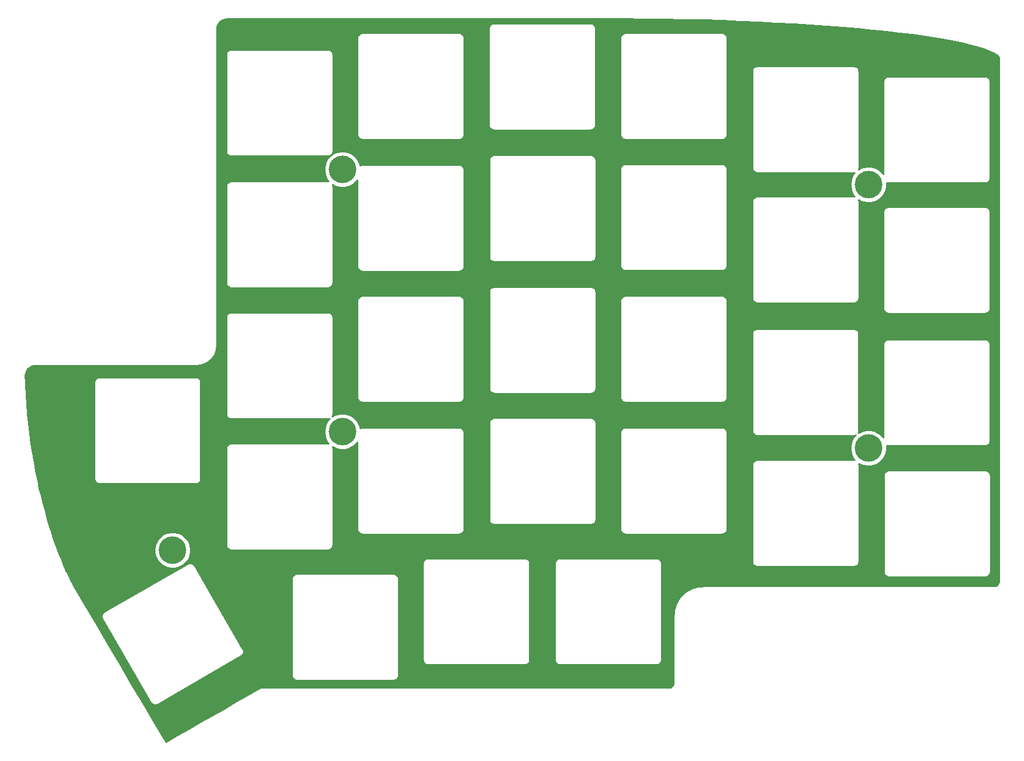
<source format=gtl>
G04 #@! TF.GenerationSoftware,KiCad,Pcbnew,5.1.6-c6e7f7d~87~ubuntu20.04.1*
G04 #@! TF.CreationDate,2020-10-18T20:59:45+01:00*
G04 #@! TF.ProjectId,Lily58_Pro_TOP,4c696c79-3538-45f5-9072-6f5f544f502e,rev?*
G04 #@! TF.SameCoordinates,Original*
G04 #@! TF.FileFunction,Copper,L1,Top*
G04 #@! TF.FilePolarity,Positive*
%FSLAX46Y46*%
G04 Gerber Fmt 4.6, Leading zero omitted, Abs format (unit mm)*
G04 Created by KiCad (PCBNEW 5.1.6-c6e7f7d~87~ubuntu20.04.1) date 2020-10-18 20:59:45*
%MOMM*%
%LPD*%
G01*
G04 APERTURE LIST*
G04 #@! TA.AperFunction,ComponentPad*
%ADD10C,4.000000*%
G04 #@! TD*
G04 #@! TA.AperFunction,NonConductor*
%ADD11C,0.254000*%
G04 #@! TD*
G04 APERTURE END LIST*
D10*
X129600000Y-57700000D03*
X205800000Y-59900000D03*
X205800000Y-98100000D03*
X129600000Y-95700000D03*
X105000000Y-112900000D03*
D11*
G36*
X170242509Y-35878857D02*
G01*
X173196550Y-35903321D01*
X176107354Y-35943611D01*
X178971082Y-35999323D01*
X181784368Y-36070065D01*
X184543295Y-36155433D01*
X187244202Y-36255025D01*
X189883567Y-36368446D01*
X192457717Y-36495295D01*
X194962758Y-36635158D01*
X197395248Y-36787645D01*
X199751549Y-36952355D01*
X202027695Y-37128861D01*
X204220098Y-37316759D01*
X206325083Y-37515639D01*
X208338863Y-37725074D01*
X210257746Y-37944644D01*
X212077799Y-38173893D01*
X213795199Y-38412364D01*
X215406156Y-38659586D01*
X216906679Y-38915044D01*
X218292489Y-39178123D01*
X219559417Y-39448161D01*
X220702822Y-39724289D01*
X221717715Y-40005344D01*
X222598216Y-40289518D01*
X223337430Y-40573822D01*
X223926411Y-40852565D01*
X224353672Y-41113927D01*
X224607709Y-41332345D01*
X224698084Y-41462211D01*
X224722916Y-41569529D01*
X224722917Y-117301681D01*
X224703564Y-117493963D01*
X224659547Y-117635916D01*
X224589720Y-117764644D01*
X224496718Y-117877388D01*
X224383977Y-117970388D01*
X224255248Y-118040215D01*
X224113295Y-118084231D01*
X223921022Y-118103584D01*
X181888854Y-118103584D01*
X181888081Y-118103432D01*
X181816993Y-118103584D01*
X181781159Y-118103584D01*
X181780364Y-118103662D01*
X181779579Y-118103664D01*
X181744596Y-118107185D01*
X181673179Y-118114219D01*
X181672417Y-118114450D01*
X181072284Y-118174855D01*
X181034527Y-118175087D01*
X180964969Y-118189368D01*
X180895537Y-118203334D01*
X180860694Y-118217854D01*
X180271054Y-118400690D01*
X180235515Y-118407986D01*
X180135528Y-118450123D01*
X180135517Y-118450129D01*
X180102089Y-118464217D01*
X180072058Y-118484551D01*
X179542153Y-118771989D01*
X179509897Y-118785445D01*
X179478670Y-118806424D01*
X179477503Y-118807057D01*
X179448827Y-118826473D01*
X179419833Y-118845952D01*
X179418800Y-118846804D01*
X179387658Y-118867890D01*
X179363102Y-118892750D01*
X178903377Y-119271977D01*
X178874703Y-119291032D01*
X178847673Y-119317927D01*
X178846241Y-119319108D01*
X178822007Y-119343464D01*
X178797788Y-119367562D01*
X178796613Y-119368986D01*
X178769712Y-119396023D01*
X178750655Y-119424700D01*
X178371434Y-119884417D01*
X178346570Y-119908978D01*
X178325480Y-119940126D01*
X178324632Y-119941154D01*
X178305198Y-119970080D01*
X178285737Y-119998823D01*
X178285104Y-119999990D01*
X178264124Y-120031218D01*
X178250667Y-120063476D01*
X177963237Y-120593369D01*
X177942896Y-120623409D01*
X177900758Y-120723395D01*
X177900756Y-120723403D01*
X177886666Y-120756836D01*
X177879372Y-120792366D01*
X177696535Y-121382012D01*
X177682014Y-121416858D01*
X177668042Y-121486322D01*
X177653767Y-121555848D01*
X177653535Y-121593605D01*
X177593130Y-122193738D01*
X177592899Y-122194500D01*
X177585865Y-122265917D01*
X177582344Y-122300900D01*
X177582342Y-122301685D01*
X177582264Y-122302480D01*
X177582264Y-122338152D01*
X177582111Y-122409401D01*
X177582264Y-122410179D01*
X177582265Y-132023605D01*
X177562912Y-132215887D01*
X177518896Y-132357836D01*
X177449068Y-132486567D01*
X177356066Y-132599312D01*
X177243326Y-132692311D01*
X177114593Y-132762140D01*
X176972643Y-132806155D01*
X176780370Y-132825508D01*
X117926232Y-132825508D01*
X117907651Y-132822463D01*
X117762952Y-132827374D01*
X117731735Y-132834692D01*
X117717004Y-132836143D01*
X117687949Y-132844957D01*
X117621991Y-132860419D01*
X117591925Y-132874085D01*
X117578456Y-132878171D01*
X117552992Y-132891782D01*
X117523214Y-132905317D01*
X117469624Y-132936343D01*
X117450769Y-132946421D01*
X117447303Y-132949266D01*
X115847527Y-133875452D01*
X115847519Y-133875456D01*
X114171825Y-134845595D01*
X112496139Y-135815729D01*
X112496131Y-135815733D01*
X110820436Y-136785873D01*
X109144750Y-137756007D01*
X109144742Y-137756011D01*
X107469047Y-138726151D01*
X105793361Y-139696285D01*
X105793353Y-139696289D01*
X104093035Y-140680685D01*
X104028218Y-140716435D01*
X102377902Y-137908271D01*
X100732814Y-135109004D01*
X100732812Y-135108999D01*
X99018640Y-132192177D01*
X97332872Y-129323690D01*
X95687784Y-126524423D01*
X95687782Y-126524418D01*
X93969519Y-123600636D01*
X93286511Y-122438435D01*
X94700246Y-122438435D01*
X94704983Y-122583140D01*
X94737860Y-122724140D01*
X94782639Y-122822971D01*
X94782642Y-122822976D01*
X94797612Y-122856016D01*
X94818741Y-122885501D01*
X101782655Y-134947354D01*
X101797623Y-134980390D01*
X101818748Y-135009870D01*
X101818754Y-135009880D01*
X101881954Y-135098076D01*
X101987626Y-135197048D01*
X102110575Y-135273503D01*
X102110577Y-135273504D01*
X102164300Y-135293724D01*
X102246078Y-135324503D01*
X102388926Y-135348087D01*
X102388927Y-135348087D01*
X102533632Y-135343350D01*
X102674632Y-135310473D01*
X102773463Y-135265694D01*
X102773474Y-135265688D01*
X102806508Y-135250720D01*
X102835987Y-135229596D01*
X114898002Y-128265589D01*
X114931032Y-128250623D01*
X114950706Y-128236525D01*
X114972075Y-128225103D01*
X115009432Y-128194445D01*
X115048718Y-128166293D01*
X115065274Y-128148617D01*
X115083993Y-128133254D01*
X115114655Y-128095892D01*
X115147690Y-128060621D01*
X115160476Y-128040059D01*
X115175842Y-128021336D01*
X115198627Y-127978707D01*
X115224145Y-127937672D01*
X115232675Y-127915009D01*
X115244092Y-127893649D01*
X115258123Y-127847396D01*
X115275145Y-127802169D01*
X115279089Y-127778278D01*
X115286120Y-127755101D01*
X115290858Y-127706997D01*
X115298729Y-127659321D01*
X115297937Y-127635122D01*
X115300311Y-127611016D01*
X115295573Y-127562909D01*
X115293992Y-127514616D01*
X115288494Y-127491038D01*
X115286120Y-127466931D01*
X115272088Y-127420672D01*
X115261115Y-127373614D01*
X115251123Y-127351562D01*
X115244092Y-127328383D01*
X115221303Y-127285749D01*
X115216335Y-127274783D01*
X115201363Y-127241739D01*
X115187262Y-127222061D01*
X115175842Y-127200696D01*
X115168148Y-127191321D01*
X109312695Y-117049379D01*
X122259918Y-117049379D01*
X122263475Y-117085494D01*
X122263474Y-131013295D01*
X122259918Y-131049400D01*
X122274109Y-131193485D01*
X122316137Y-131332033D01*
X122384387Y-131459720D01*
X122476236Y-131571638D01*
X122577744Y-131654944D01*
X122588154Y-131663487D01*
X122715841Y-131731737D01*
X122854389Y-131773765D01*
X122998474Y-131787956D01*
X123034579Y-131784400D01*
X136962564Y-131784400D01*
X136998669Y-131787956D01*
X137034774Y-131784400D01*
X137142754Y-131773765D01*
X137281302Y-131731737D01*
X137408989Y-131663487D01*
X137520907Y-131571638D01*
X137612756Y-131459720D01*
X137681006Y-131332033D01*
X137723034Y-131193485D01*
X137737225Y-131049400D01*
X137733669Y-131013295D01*
X137733669Y-117085484D01*
X137737225Y-117049379D01*
X137723034Y-116905294D01*
X137681006Y-116766746D01*
X137612756Y-116639059D01*
X137520907Y-116527141D01*
X137408989Y-116435292D01*
X137281302Y-116367042D01*
X137142754Y-116325014D01*
X137034774Y-116314379D01*
X136998669Y-116310823D01*
X136962564Y-116314379D01*
X123034579Y-116314379D01*
X122998474Y-116310823D01*
X122962369Y-116314379D01*
X122854389Y-116325014D01*
X122715841Y-116367042D01*
X122588154Y-116435292D01*
X122476236Y-116527141D01*
X122384387Y-116639059D01*
X122316137Y-116766746D01*
X122274109Y-116905294D01*
X122259918Y-117049379D01*
X109312695Y-117049379D01*
X108216324Y-115150409D01*
X108201352Y-115117365D01*
X108176464Y-115082633D01*
X108117019Y-114999679D01*
X108011348Y-114900707D01*
X107888398Y-114824251D01*
X107821159Y-114798944D01*
X141260475Y-114798944D01*
X141264032Y-114835059D01*
X141264031Y-128762860D01*
X141260475Y-128798965D01*
X141274666Y-128943050D01*
X141316694Y-129081598D01*
X141384944Y-129209285D01*
X141476793Y-129321203D01*
X141555680Y-129385944D01*
X141588711Y-129413052D01*
X141716398Y-129481302D01*
X141854946Y-129523330D01*
X141999031Y-129537521D01*
X142035136Y-129533965D01*
X155963121Y-129533965D01*
X155999226Y-129537521D01*
X156035331Y-129533965D01*
X156143311Y-129523330D01*
X156281859Y-129481302D01*
X156409546Y-129413052D01*
X156521464Y-129321203D01*
X156613313Y-129209285D01*
X156681563Y-129081598D01*
X156723591Y-128943050D01*
X156737782Y-128798965D01*
X156734226Y-128762860D01*
X156734226Y-114835049D01*
X156737677Y-114800000D01*
X160360979Y-114800000D01*
X160364536Y-114836115D01*
X160364535Y-124408851D01*
X160364536Y-124408861D01*
X160364535Y-128764360D01*
X160360979Y-128800465D01*
X160375170Y-128944550D01*
X160417198Y-129083098D01*
X160485448Y-129210785D01*
X160577297Y-129322703D01*
X160678411Y-129405685D01*
X160689215Y-129414552D01*
X160816902Y-129482802D01*
X160955450Y-129524830D01*
X161099535Y-129539021D01*
X161135640Y-129535465D01*
X175063895Y-129535465D01*
X175100000Y-129539021D01*
X175136105Y-129535465D01*
X175244085Y-129524830D01*
X175382633Y-129482802D01*
X175510320Y-129414552D01*
X175622238Y-129322703D01*
X175714087Y-129210785D01*
X175782337Y-129083098D01*
X175824365Y-128944550D01*
X175838556Y-128800465D01*
X175835000Y-128764360D01*
X175835000Y-114836105D01*
X175838556Y-114800000D01*
X175824365Y-114655915D01*
X175782337Y-114517367D01*
X175714087Y-114389680D01*
X175622238Y-114277762D01*
X175510320Y-114185913D01*
X175382633Y-114117663D01*
X175244085Y-114075635D01*
X175136105Y-114065000D01*
X175100000Y-114061444D01*
X175063895Y-114065000D01*
X161135640Y-114065000D01*
X161099535Y-114061444D01*
X161063430Y-114065000D01*
X160955450Y-114075635D01*
X160816902Y-114117663D01*
X160689215Y-114185913D01*
X160577297Y-114277762D01*
X160485448Y-114389680D01*
X160417198Y-114517367D01*
X160375170Y-114655915D01*
X160360979Y-114800000D01*
X156737677Y-114800000D01*
X156737782Y-114798944D01*
X156723591Y-114654859D01*
X156681563Y-114516311D01*
X156613313Y-114388624D01*
X156521464Y-114276706D01*
X156409546Y-114184857D01*
X156281859Y-114116607D01*
X156143311Y-114074579D01*
X156035331Y-114063944D01*
X155999226Y-114060388D01*
X155963121Y-114063944D01*
X142035136Y-114063944D01*
X141999031Y-114060388D01*
X141962926Y-114063944D01*
X141854946Y-114074579D01*
X141716398Y-114116607D01*
X141588711Y-114184857D01*
X141476793Y-114276706D01*
X141384944Y-114388624D01*
X141316694Y-114516311D01*
X141274666Y-114654859D01*
X141260475Y-114798944D01*
X107821159Y-114798944D01*
X107752896Y-114773252D01*
X107610048Y-114749668D01*
X107610047Y-114749668D01*
X107465342Y-114754405D01*
X107324342Y-114787282D01*
X107225511Y-114832061D01*
X107225506Y-114832064D01*
X107192466Y-114847034D01*
X107162983Y-114868162D01*
X95100989Y-121832158D01*
X95067942Y-121847131D01*
X94950257Y-121931464D01*
X94851285Y-122037135D01*
X94774829Y-122160085D01*
X94723830Y-122295587D01*
X94700246Y-122438435D01*
X93286511Y-122438435D01*
X92287842Y-120739109D01*
X90637368Y-117930677D01*
X90474467Y-117623438D01*
X90474465Y-117623435D01*
X90350118Y-117388912D01*
X90175991Y-117060499D01*
X90175990Y-117060497D01*
X90054394Y-116831162D01*
X89820577Y-116314843D01*
X89820574Y-116314838D01*
X89621997Y-115876338D01*
X89621995Y-115876334D01*
X89363836Y-115306267D01*
X89158665Y-114853208D01*
X88874539Y-114121636D01*
X88596192Y-113404943D01*
X88596192Y-113404942D01*
X88342345Y-112751332D01*
X88299291Y-112640475D01*
X102365000Y-112640475D01*
X102365000Y-113159525D01*
X102466261Y-113668601D01*
X102664893Y-114148141D01*
X102953262Y-114579715D01*
X103320285Y-114946738D01*
X103751859Y-115235107D01*
X104231399Y-115433739D01*
X104740475Y-115535000D01*
X105259525Y-115535000D01*
X105768601Y-115433739D01*
X106248141Y-115235107D01*
X106679715Y-114946738D01*
X107046738Y-114579715D01*
X107335107Y-114148141D01*
X107533739Y-113668601D01*
X107635000Y-113159525D01*
X107635000Y-112640475D01*
X107533739Y-112131399D01*
X107335107Y-111651859D01*
X107046738Y-111220285D01*
X106679715Y-110853262D01*
X106248141Y-110564893D01*
X105768601Y-110366261D01*
X105259525Y-110265000D01*
X104740475Y-110265000D01*
X104231399Y-110366261D01*
X103751859Y-110564893D01*
X103320285Y-110853262D01*
X102953262Y-111220285D01*
X102664893Y-111651859D01*
X102466261Y-112131399D01*
X102365000Y-112640475D01*
X88299291Y-112640475D01*
X88059969Y-112024269D01*
X87755952Y-111090703D01*
X87755951Y-111090701D01*
X87456781Y-110172018D01*
X87456780Y-110172016D01*
X87157610Y-109253334D01*
X87157609Y-109253332D01*
X86876287Y-108389459D01*
X86581761Y-107265124D01*
X86290919Y-106154858D01*
X86290918Y-106154856D01*
X86000077Y-105044592D01*
X86000076Y-105044588D01*
X85724204Y-103991465D01*
X85482220Y-102758011D01*
X85482219Y-102758005D01*
X85214959Y-101395712D01*
X85214958Y-101395710D01*
X84975503Y-100175142D01*
X84975502Y-100175136D01*
X84719914Y-98872336D01*
X84539671Y-97460881D01*
X84345003Y-95936472D01*
X84158282Y-94474281D01*
X83979442Y-93073811D01*
X83901190Y-91677513D01*
X83901189Y-91677509D01*
X83823497Y-90291193D01*
X83823496Y-90291189D01*
X83745804Y-88904874D01*
X83745803Y-88904870D01*
X83725881Y-88549371D01*
X93660722Y-88549371D01*
X93664279Y-88585486D01*
X93664278Y-102513287D01*
X93660722Y-102549392D01*
X93674913Y-102693477D01*
X93716941Y-102832025D01*
X93785191Y-102959712D01*
X93877040Y-103071630D01*
X93988958Y-103163479D01*
X94116645Y-103231729D01*
X94255193Y-103273757D01*
X94399278Y-103287948D01*
X94435383Y-103284392D01*
X108315363Y-103284392D01*
X108351468Y-103287948D01*
X108387573Y-103284392D01*
X108495553Y-103273757D01*
X108634101Y-103231729D01*
X108761788Y-103163479D01*
X108873706Y-103071630D01*
X108965555Y-102959712D01*
X109033805Y-102832025D01*
X109075833Y-102693477D01*
X109090024Y-102549392D01*
X109086468Y-102513287D01*
X109086468Y-88585476D01*
X109090024Y-88549371D01*
X109075833Y-88405286D01*
X109033805Y-88266738D01*
X108965555Y-88139051D01*
X108873706Y-88027133D01*
X108761788Y-87935284D01*
X108634101Y-87867034D01*
X108495553Y-87825006D01*
X108387573Y-87814371D01*
X108351468Y-87810815D01*
X108315363Y-87814371D01*
X94435383Y-87814371D01*
X94399278Y-87810815D01*
X94363173Y-87814371D01*
X94255193Y-87825006D01*
X94116645Y-87867034D01*
X93988958Y-87935284D01*
X93877040Y-88027133D01*
X93785191Y-88139051D01*
X93716941Y-88266738D01*
X93674913Y-88405286D01*
X93660722Y-88549371D01*
X83725881Y-88549371D01*
X83673302Y-87611184D01*
X83704668Y-87291605D01*
X83788839Y-87015175D01*
X83921326Y-86768150D01*
X84096884Y-86554340D01*
X84310329Y-86378619D01*
X84556737Y-86246112D01*
X84832325Y-86161974D01*
X85173516Y-86128398D01*
X108409719Y-86128593D01*
X108410008Y-86128650D01*
X108436288Y-86128593D01*
X108516883Y-86128594D01*
X108624863Y-86117960D01*
X108626101Y-86117585D01*
X108963578Y-86083610D01*
X109001343Y-86083376D01*
X109070693Y-86069133D01*
X109140310Y-86055129D01*
X109175176Y-86040599D01*
X109520651Y-85933456D01*
X109556195Y-85926156D01*
X109609503Y-85903685D01*
X109689602Y-85869924D01*
X109719650Y-85849576D01*
X110028665Y-85681927D01*
X110060916Y-85668470D01*
X110092130Y-85647496D01*
X110093302Y-85646860D01*
X110122171Y-85627310D01*
X110150975Y-85607955D01*
X110151999Y-85607110D01*
X110183142Y-85586020D01*
X110207703Y-85561152D01*
X110475015Y-85340607D01*
X110503687Y-85321550D01*
X110530719Y-85294649D01*
X110532147Y-85293471D01*
X110556290Y-85269202D01*
X110580596Y-85245014D01*
X110581776Y-85243583D01*
X110608670Y-85216549D01*
X110627722Y-85187875D01*
X110848223Y-84920520D01*
X110873083Y-84895960D01*
X110894173Y-84864807D01*
X110895023Y-84863776D01*
X110914425Y-84834891D01*
X110933909Y-84806110D01*
X110934545Y-84804937D01*
X110955523Y-84773706D01*
X110968975Y-84741452D01*
X111136580Y-84432408D01*
X111156914Y-84402375D01*
X111171009Y-84368924D01*
X111171014Y-84368916D01*
X111183668Y-84338883D01*
X111199047Y-84302387D01*
X111199050Y-84302376D01*
X111213144Y-84268927D01*
X111220435Y-84233398D01*
X111327554Y-83887881D01*
X111342070Y-83853046D01*
X111356031Y-83783629D01*
X111370317Y-83714034D01*
X111370547Y-83676287D01*
X111404556Y-83338335D01*
X111404785Y-83337581D01*
X111411811Y-83266239D01*
X111415341Y-83231166D01*
X111415343Y-83230386D01*
X111415420Y-83229601D01*
X111415420Y-83193898D01*
X111415571Y-83122664D01*
X111415420Y-83121896D01*
X111415420Y-79147625D01*
X112760339Y-79147625D01*
X112763896Y-79183740D01*
X112763895Y-93111541D01*
X112760339Y-93147646D01*
X112774530Y-93291731D01*
X112816558Y-93430279D01*
X112884808Y-93557966D01*
X112976657Y-93669884D01*
X113088575Y-93761733D01*
X113216262Y-93829983D01*
X113354810Y-93872011D01*
X113498895Y-93886202D01*
X113535000Y-93882646D01*
X127462984Y-93882646D01*
X127499089Y-93886202D01*
X127535194Y-93882646D01*
X127643174Y-93872011D01*
X127726949Y-93846598D01*
X127553262Y-94020285D01*
X127264893Y-94451859D01*
X127066261Y-94931399D01*
X126965000Y-95440475D01*
X126965000Y-95959525D01*
X127066261Y-96468601D01*
X127264893Y-96948141D01*
X127553262Y-97379715D01*
X127594986Y-97421439D01*
X127535194Y-97415550D01*
X127499089Y-97411994D01*
X127462984Y-97415550D01*
X113535000Y-97415550D01*
X113498895Y-97411994D01*
X113462790Y-97415550D01*
X113354810Y-97426185D01*
X113216262Y-97468213D01*
X113088575Y-97536463D01*
X112976657Y-97628312D01*
X112884808Y-97740230D01*
X112816558Y-97867917D01*
X112774530Y-98006465D01*
X112760339Y-98150550D01*
X112763896Y-98186665D01*
X112763895Y-112114466D01*
X112760339Y-112150571D01*
X112774530Y-112294656D01*
X112816558Y-112433204D01*
X112884808Y-112560891D01*
X112976657Y-112672809D01*
X113044101Y-112728159D01*
X113088575Y-112764658D01*
X113216262Y-112832908D01*
X113354810Y-112874936D01*
X113498895Y-112889127D01*
X113535000Y-112885571D01*
X127462984Y-112885571D01*
X127499089Y-112889127D01*
X127535194Y-112885571D01*
X127643174Y-112874936D01*
X127781722Y-112832908D01*
X127909409Y-112764658D01*
X128021327Y-112672809D01*
X128113176Y-112560891D01*
X128181426Y-112433204D01*
X128223454Y-112294656D01*
X128237645Y-112150571D01*
X128234089Y-112114466D01*
X128234089Y-98186655D01*
X128237645Y-98150550D01*
X128223454Y-98006465D01*
X128201708Y-97934779D01*
X128351859Y-98035107D01*
X128831399Y-98233739D01*
X129340475Y-98335000D01*
X129859525Y-98335000D01*
X130368601Y-98233739D01*
X130848141Y-98035107D01*
X131279715Y-97746738D01*
X131646738Y-97379715D01*
X131765089Y-97202591D01*
X131765088Y-109813017D01*
X131761532Y-109849122D01*
X131775723Y-109993207D01*
X131817751Y-110131755D01*
X131886001Y-110259442D01*
X131977850Y-110371360D01*
X132089768Y-110463209D01*
X132217455Y-110531459D01*
X132356003Y-110573487D01*
X132500088Y-110587678D01*
X132536193Y-110584122D01*
X146464177Y-110584122D01*
X146500282Y-110587678D01*
X146536387Y-110584122D01*
X146644367Y-110573487D01*
X146782915Y-110531459D01*
X146910602Y-110463209D01*
X147022520Y-110371360D01*
X147114369Y-110259442D01*
X147182619Y-110131755D01*
X147224647Y-109993207D01*
X147238838Y-109849122D01*
X147235282Y-109813017D01*
X147235282Y-95885206D01*
X147238838Y-95849101D01*
X147224647Y-95705016D01*
X147182619Y-95566468D01*
X147114369Y-95438781D01*
X147022520Y-95326863D01*
X146910602Y-95235014D01*
X146782915Y-95166764D01*
X146644367Y-95124736D01*
X146536387Y-95114101D01*
X146500282Y-95110545D01*
X146464177Y-95114101D01*
X132536193Y-95114101D01*
X132500088Y-95110545D01*
X132463983Y-95114101D01*
X132356003Y-95124736D01*
X132217455Y-95166764D01*
X132184102Y-95184592D01*
X132133739Y-94931399D01*
X131935107Y-94451859D01*
X131932868Y-94448508D01*
X150860257Y-94448508D01*
X150863814Y-94484623D01*
X150863813Y-108412424D01*
X150860257Y-108448529D01*
X150874448Y-108592614D01*
X150916476Y-108731162D01*
X150984726Y-108858849D01*
X151076575Y-108970767D01*
X151188493Y-109062616D01*
X151316180Y-109130866D01*
X151454728Y-109172894D01*
X151598813Y-109187085D01*
X151634918Y-109183529D01*
X165562902Y-109183529D01*
X165599007Y-109187085D01*
X165635112Y-109183529D01*
X165743092Y-109172894D01*
X165881640Y-109130866D01*
X166009327Y-109062616D01*
X166121245Y-108970767D01*
X166213094Y-108858849D01*
X166281344Y-108731162D01*
X166323372Y-108592614D01*
X166337563Y-108448529D01*
X166334007Y-108412424D01*
X166334007Y-95849315D01*
X169860686Y-95849315D01*
X169864243Y-95885430D01*
X169864242Y-109813231D01*
X169860686Y-109849336D01*
X169874877Y-109993421D01*
X169916905Y-110131969D01*
X169985155Y-110259656D01*
X170077004Y-110371574D01*
X170188661Y-110463209D01*
X170188922Y-110463423D01*
X170316609Y-110531673D01*
X170455157Y-110573701D01*
X170599242Y-110587892D01*
X170635347Y-110584336D01*
X184563331Y-110584336D01*
X184599436Y-110587892D01*
X184635541Y-110584336D01*
X184743521Y-110573701D01*
X184882069Y-110531673D01*
X185009756Y-110463423D01*
X185121674Y-110371574D01*
X185213523Y-110259656D01*
X185281773Y-110131969D01*
X185323801Y-109993421D01*
X185337992Y-109849336D01*
X185334436Y-109813231D01*
X185334436Y-95885420D01*
X185337992Y-95849315D01*
X185323801Y-95705230D01*
X185281773Y-95566682D01*
X185213523Y-95438995D01*
X185121674Y-95327077D01*
X185009756Y-95235228D01*
X184882069Y-95166978D01*
X184743521Y-95124950D01*
X184635541Y-95114315D01*
X184599436Y-95110759D01*
X184563331Y-95114315D01*
X170635347Y-95114315D01*
X170599242Y-95110759D01*
X170563137Y-95114315D01*
X170455157Y-95124950D01*
X170316609Y-95166978D01*
X170188922Y-95235228D01*
X170077004Y-95327077D01*
X169985155Y-95438995D01*
X169916905Y-95566682D01*
X169874877Y-95705230D01*
X169860686Y-95849315D01*
X166334007Y-95849315D01*
X166334007Y-94484613D01*
X166337563Y-94448508D01*
X166323372Y-94304423D01*
X166281344Y-94165875D01*
X166213094Y-94038188D01*
X166121245Y-93926270D01*
X166009327Y-93834421D01*
X165881640Y-93766171D01*
X165743092Y-93724143D01*
X165635112Y-93713508D01*
X165599007Y-93709952D01*
X165562902Y-93713508D01*
X151634918Y-93713508D01*
X151598813Y-93709952D01*
X151562708Y-93713508D01*
X151454728Y-93724143D01*
X151316180Y-93766171D01*
X151188493Y-93834421D01*
X151076575Y-93926270D01*
X150984726Y-94038188D01*
X150916476Y-94165875D01*
X150874448Y-94304423D01*
X150860257Y-94448508D01*
X131932868Y-94448508D01*
X131646738Y-94020285D01*
X131279715Y-93653262D01*
X130848141Y-93364893D01*
X130368601Y-93166261D01*
X129859525Y-93065000D01*
X129340475Y-93065000D01*
X128831399Y-93166261D01*
X128351859Y-93364893D01*
X128141105Y-93505715D01*
X128181426Y-93430279D01*
X128223454Y-93291731D01*
X128237645Y-93147646D01*
X128234089Y-93111541D01*
X128234089Y-79183730D01*
X128237645Y-79147625D01*
X128223454Y-79003540D01*
X128181426Y-78864992D01*
X128113176Y-78737305D01*
X128021327Y-78625387D01*
X127909409Y-78533538D01*
X127781722Y-78465288D01*
X127643174Y-78423260D01*
X127535194Y-78412625D01*
X127499089Y-78409069D01*
X127462984Y-78412625D01*
X113535000Y-78412625D01*
X113498895Y-78409069D01*
X113462790Y-78412625D01*
X113354810Y-78423260D01*
X113216262Y-78465288D01*
X113088575Y-78533538D01*
X112976657Y-78625387D01*
X112884808Y-78737305D01*
X112816558Y-78864992D01*
X112774530Y-79003540D01*
X112760339Y-79147625D01*
X111415420Y-79147625D01*
X111415420Y-76750590D01*
X131761532Y-76750590D01*
X131765089Y-76786705D01*
X131765088Y-90714506D01*
X131761532Y-90750611D01*
X131775723Y-90894696D01*
X131817751Y-91033244D01*
X131886001Y-91160931D01*
X131977850Y-91272849D01*
X132023911Y-91310650D01*
X132089768Y-91364698D01*
X132217455Y-91432948D01*
X132356003Y-91474976D01*
X132500088Y-91489167D01*
X132536193Y-91485611D01*
X146464177Y-91485611D01*
X146500282Y-91489167D01*
X146536387Y-91485611D01*
X146644367Y-91474976D01*
X146782915Y-91432948D01*
X146910602Y-91364698D01*
X147022520Y-91272849D01*
X147114369Y-91160931D01*
X147182619Y-91033244D01*
X147224647Y-90894696D01*
X147238838Y-90750611D01*
X147235282Y-90714506D01*
X147235282Y-76786695D01*
X147238838Y-76750590D01*
X147224647Y-76606505D01*
X147182619Y-76467957D01*
X147114369Y-76340270D01*
X147022520Y-76228352D01*
X146910602Y-76136503D01*
X146782915Y-76068253D01*
X146644367Y-76026225D01*
X146536387Y-76015590D01*
X146500282Y-76012034D01*
X146464177Y-76015590D01*
X132536193Y-76015590D01*
X132500088Y-76012034D01*
X132463983Y-76015590D01*
X132356003Y-76026225D01*
X132217455Y-76068253D01*
X132089768Y-76136503D01*
X131977850Y-76228352D01*
X131886001Y-76340270D01*
X131817751Y-76467957D01*
X131775723Y-76606505D01*
X131761532Y-76750590D01*
X111415420Y-76750590D01*
X111415420Y-75448293D01*
X150861399Y-75448293D01*
X150864956Y-75484408D01*
X150864955Y-89412209D01*
X150861399Y-89448314D01*
X150875590Y-89592399D01*
X150917618Y-89730947D01*
X150985868Y-89858634D01*
X151077717Y-89970552D01*
X151172085Y-90047998D01*
X151189635Y-90062401D01*
X151317322Y-90130651D01*
X151455870Y-90172679D01*
X151599955Y-90186870D01*
X151636060Y-90183314D01*
X165564044Y-90183314D01*
X165600149Y-90186870D01*
X165636254Y-90183314D01*
X165744234Y-90172679D01*
X165882782Y-90130651D01*
X166010469Y-90062401D01*
X166122387Y-89970552D01*
X166214236Y-89858634D01*
X166282486Y-89730947D01*
X166324514Y-89592399D01*
X166338705Y-89448314D01*
X166335149Y-89412209D01*
X166335149Y-76748342D01*
X169861450Y-76748342D01*
X169865007Y-76784457D01*
X169865006Y-90712258D01*
X169861450Y-90748363D01*
X169875641Y-90892448D01*
X169917669Y-91030996D01*
X169985919Y-91158683D01*
X170077768Y-91270601D01*
X170126568Y-91310650D01*
X170189686Y-91362450D01*
X170317373Y-91430700D01*
X170455921Y-91472728D01*
X170600006Y-91486919D01*
X170636111Y-91483363D01*
X184564095Y-91483363D01*
X184600200Y-91486919D01*
X184636305Y-91483363D01*
X184744285Y-91472728D01*
X184882833Y-91430700D01*
X185010520Y-91362450D01*
X185122438Y-91270601D01*
X185214287Y-91158683D01*
X185282537Y-91030996D01*
X185324565Y-90892448D01*
X185338756Y-90748363D01*
X185335200Y-90712258D01*
X185335200Y-81549360D01*
X188946302Y-81549360D01*
X188949859Y-81585475D01*
X188949858Y-95513276D01*
X188946302Y-95549381D01*
X188960493Y-95693466D01*
X189002521Y-95832014D01*
X189070771Y-95959701D01*
X189162620Y-96071619D01*
X189236131Y-96131948D01*
X189274538Y-96163468D01*
X189402225Y-96231718D01*
X189540773Y-96273746D01*
X189684858Y-96287937D01*
X189720963Y-96284381D01*
X203648947Y-96284381D01*
X203685052Y-96287937D01*
X203721157Y-96284381D01*
X203829137Y-96273746D01*
X203930570Y-96242977D01*
X203753262Y-96420285D01*
X203464893Y-96851859D01*
X203266261Y-97331399D01*
X203165000Y-97840475D01*
X203165000Y-98359525D01*
X203266261Y-98868601D01*
X203464893Y-99348141D01*
X203753262Y-99779715D01*
X203792403Y-99818856D01*
X203736042Y-99813305D01*
X203699937Y-99809749D01*
X203663832Y-99813305D01*
X189735848Y-99813305D01*
X189699743Y-99809749D01*
X189663638Y-99813305D01*
X189555658Y-99823940D01*
X189417110Y-99865968D01*
X189289423Y-99934218D01*
X189177505Y-100026067D01*
X189085656Y-100137985D01*
X189017406Y-100265672D01*
X188975378Y-100404220D01*
X188961187Y-100548305D01*
X188964744Y-100584420D01*
X188964743Y-114512221D01*
X188961187Y-114548326D01*
X188975378Y-114692411D01*
X189017406Y-114830959D01*
X189085656Y-114958646D01*
X189177505Y-115070564D01*
X189272806Y-115148776D01*
X189289423Y-115162413D01*
X189417110Y-115230663D01*
X189555658Y-115272691D01*
X189699743Y-115286882D01*
X189735848Y-115283326D01*
X203663832Y-115283326D01*
X203699937Y-115286882D01*
X203736042Y-115283326D01*
X203844022Y-115272691D01*
X203982570Y-115230663D01*
X204110257Y-115162413D01*
X204222175Y-115070564D01*
X204314024Y-114958646D01*
X204382274Y-114830959D01*
X204424302Y-114692411D01*
X204438493Y-114548326D01*
X204434937Y-114512221D01*
X204434937Y-102049227D01*
X208010134Y-102049227D01*
X208013691Y-102085342D01*
X208013690Y-116013143D01*
X208010134Y-116049248D01*
X208024325Y-116193333D01*
X208066353Y-116331881D01*
X208134603Y-116459568D01*
X208226452Y-116571486D01*
X208338370Y-116663335D01*
X208466057Y-116731585D01*
X208604605Y-116773613D01*
X208748690Y-116787804D01*
X208784795Y-116784248D01*
X222712779Y-116784248D01*
X222748884Y-116787804D01*
X222784989Y-116784248D01*
X222892969Y-116773613D01*
X223031517Y-116731585D01*
X223159204Y-116663335D01*
X223271122Y-116571486D01*
X223362971Y-116459568D01*
X223431221Y-116331881D01*
X223473249Y-116193333D01*
X223487440Y-116049248D01*
X223483884Y-116013143D01*
X223483884Y-102085332D01*
X223487440Y-102049227D01*
X223473249Y-101905142D01*
X223431221Y-101766594D01*
X223362971Y-101638907D01*
X223271122Y-101526989D01*
X223159204Y-101435140D01*
X223031517Y-101366890D01*
X222892969Y-101324862D01*
X222784989Y-101314227D01*
X222748884Y-101310671D01*
X222712779Y-101314227D01*
X208784795Y-101314227D01*
X208748690Y-101310671D01*
X208712585Y-101314227D01*
X208604605Y-101324862D01*
X208466057Y-101366890D01*
X208338370Y-101435140D01*
X208226452Y-101526989D01*
X208134603Y-101638907D01*
X208066353Y-101766594D01*
X208024325Y-101905142D01*
X208010134Y-102049227D01*
X204434937Y-102049227D01*
X204434937Y-100584410D01*
X204438493Y-100548305D01*
X204424302Y-100404220D01*
X204403626Y-100336061D01*
X204551859Y-100435107D01*
X205031399Y-100633739D01*
X205540475Y-100735000D01*
X206059525Y-100735000D01*
X206568601Y-100633739D01*
X207048141Y-100435107D01*
X207479715Y-100146738D01*
X207846738Y-99779715D01*
X208135107Y-99348141D01*
X208333739Y-98868601D01*
X208435000Y-98359525D01*
X208435000Y-97840475D01*
X208413164Y-97730699D01*
X208417281Y-97732899D01*
X208555829Y-97774927D01*
X208699914Y-97789118D01*
X208736019Y-97785562D01*
X222664003Y-97785562D01*
X222700108Y-97789118D01*
X222736213Y-97785562D01*
X222844193Y-97774927D01*
X222982741Y-97732899D01*
X223110428Y-97664649D01*
X223222346Y-97572800D01*
X223314195Y-97460882D01*
X223382445Y-97333195D01*
X223424473Y-97194647D01*
X223438664Y-97050562D01*
X223435108Y-97014457D01*
X223435108Y-83086646D01*
X223438664Y-83050541D01*
X223424473Y-82906456D01*
X223382445Y-82767908D01*
X223314195Y-82640221D01*
X223222346Y-82528303D01*
X223110428Y-82436454D01*
X222982741Y-82368204D01*
X222844193Y-82326176D01*
X222736213Y-82315541D01*
X222700108Y-82311985D01*
X222664003Y-82315541D01*
X208736019Y-82315541D01*
X208699914Y-82311985D01*
X208663809Y-82315541D01*
X208555829Y-82326176D01*
X208417281Y-82368204D01*
X208289594Y-82436454D01*
X208177676Y-82528303D01*
X208085827Y-82640221D01*
X208017577Y-82767908D01*
X207975549Y-82906456D01*
X207961358Y-83050541D01*
X207964915Y-83086656D01*
X207964914Y-96597148D01*
X207846738Y-96420285D01*
X207479715Y-96053262D01*
X207048141Y-95764893D01*
X206568601Y-95566261D01*
X206059525Y-95465000D01*
X205540475Y-95465000D01*
X205031399Y-95566261D01*
X204551859Y-95764893D01*
X204320712Y-95919341D01*
X204367389Y-95832014D01*
X204409417Y-95693466D01*
X204423608Y-95549381D01*
X204420052Y-95513276D01*
X204420052Y-81585465D01*
X204423608Y-81549360D01*
X204409417Y-81405275D01*
X204367389Y-81266727D01*
X204299139Y-81139040D01*
X204207290Y-81027122D01*
X204095372Y-80935273D01*
X203967685Y-80867023D01*
X203829137Y-80824995D01*
X203721157Y-80814360D01*
X203685052Y-80810804D01*
X203648947Y-80814360D01*
X189720963Y-80814360D01*
X189684858Y-80810804D01*
X189648753Y-80814360D01*
X189540773Y-80824995D01*
X189402225Y-80867023D01*
X189274538Y-80935273D01*
X189162620Y-81027122D01*
X189070771Y-81139040D01*
X189002521Y-81266727D01*
X188960493Y-81405275D01*
X188946302Y-81549360D01*
X185335200Y-81549360D01*
X185335200Y-76784447D01*
X185338756Y-76748342D01*
X185324565Y-76604257D01*
X185282537Y-76465709D01*
X185214287Y-76338022D01*
X185122438Y-76226104D01*
X185010520Y-76134255D01*
X184882833Y-76066005D01*
X184744285Y-76023977D01*
X184636305Y-76013342D01*
X184600200Y-76009786D01*
X184564095Y-76013342D01*
X170636111Y-76013342D01*
X170600006Y-76009786D01*
X170563901Y-76013342D01*
X170455921Y-76023977D01*
X170317373Y-76066005D01*
X170189686Y-76134255D01*
X170077768Y-76226104D01*
X169985919Y-76338022D01*
X169917669Y-76465709D01*
X169875641Y-76604257D01*
X169861450Y-76748342D01*
X166335149Y-76748342D01*
X166335149Y-75484398D01*
X166338705Y-75448293D01*
X166324514Y-75304208D01*
X166282486Y-75165660D01*
X166214236Y-75037973D01*
X166122387Y-74926055D01*
X166010469Y-74834206D01*
X165882782Y-74765956D01*
X165744234Y-74723928D01*
X165636254Y-74713293D01*
X165600149Y-74709737D01*
X165564044Y-74713293D01*
X151636060Y-74713293D01*
X151599955Y-74709737D01*
X151563850Y-74713293D01*
X151455870Y-74723928D01*
X151317322Y-74765956D01*
X151189635Y-74834206D01*
X151077717Y-74926055D01*
X150985868Y-75037973D01*
X150917618Y-75165660D01*
X150875590Y-75304208D01*
X150861399Y-75448293D01*
X111415420Y-75448293D01*
X111415420Y-41049147D01*
X112760339Y-41049147D01*
X112763896Y-41085262D01*
X112763895Y-55013063D01*
X112760339Y-55049168D01*
X112774530Y-55193253D01*
X112816558Y-55331801D01*
X112884808Y-55459488D01*
X112976657Y-55571406D01*
X113076399Y-55653262D01*
X113088575Y-55663255D01*
X113216262Y-55731505D01*
X113354810Y-55773533D01*
X113498895Y-55787724D01*
X113535000Y-55784168D01*
X127462984Y-55784168D01*
X127499089Y-55787724D01*
X127535194Y-55784168D01*
X127643174Y-55773533D01*
X127781722Y-55731505D01*
X127909409Y-55663255D01*
X127914333Y-55659214D01*
X127553262Y-56020285D01*
X127264893Y-56451859D01*
X127066261Y-56931399D01*
X126965000Y-57440475D01*
X126965000Y-57959525D01*
X127066261Y-58468601D01*
X127264893Y-58948141D01*
X127553262Y-59379715D01*
X127594771Y-59421224D01*
X127536211Y-59415456D01*
X127500106Y-59411900D01*
X127464001Y-59415456D01*
X113536017Y-59415456D01*
X113499912Y-59411900D01*
X113463807Y-59415456D01*
X113355827Y-59426091D01*
X113217279Y-59468119D01*
X113089592Y-59536369D01*
X112977674Y-59628218D01*
X112885825Y-59740136D01*
X112817575Y-59867823D01*
X112775547Y-60006371D01*
X112761356Y-60150456D01*
X112764913Y-60186571D01*
X112764912Y-74114372D01*
X112761356Y-74150477D01*
X112775547Y-74294562D01*
X112817575Y-74433110D01*
X112885825Y-74560797D01*
X112977674Y-74672715D01*
X113089592Y-74764564D01*
X113217279Y-74832814D01*
X113355827Y-74874842D01*
X113499912Y-74889033D01*
X113536017Y-74885477D01*
X127464001Y-74885477D01*
X127500106Y-74889033D01*
X127536211Y-74885477D01*
X127644191Y-74874842D01*
X127782739Y-74832814D01*
X127910426Y-74764564D01*
X128022344Y-74672715D01*
X128114193Y-74560797D01*
X128182443Y-74433110D01*
X128224471Y-74294562D01*
X128238662Y-74150477D01*
X128235106Y-74114372D01*
X128235106Y-60186561D01*
X128238662Y-60150456D01*
X128224471Y-60006371D01*
X128203020Y-59935656D01*
X128351859Y-60035107D01*
X128831399Y-60233739D01*
X129340475Y-60335000D01*
X129859525Y-60335000D01*
X130368601Y-60233739D01*
X130848141Y-60035107D01*
X131279715Y-59746738D01*
X131646738Y-59379715D01*
X131764197Y-59203926D01*
X131764196Y-71713527D01*
X131760640Y-71749632D01*
X131774831Y-71893717D01*
X131816859Y-72032265D01*
X131885109Y-72159952D01*
X131976958Y-72271870D01*
X132049526Y-72331425D01*
X132088876Y-72363719D01*
X132216563Y-72431969D01*
X132355111Y-72473997D01*
X132499196Y-72488188D01*
X132535301Y-72484632D01*
X146463285Y-72484632D01*
X146499390Y-72488188D01*
X146535495Y-72484632D01*
X146643475Y-72473997D01*
X146782023Y-72431969D01*
X146909710Y-72363719D01*
X147021628Y-72271870D01*
X147113477Y-72159952D01*
X147181727Y-72032265D01*
X147223755Y-71893717D01*
X147237946Y-71749632D01*
X147234390Y-71713527D01*
X147234390Y-57785716D01*
X147237946Y-57749611D01*
X147223755Y-57605526D01*
X147181727Y-57466978D01*
X147113477Y-57339291D01*
X147021628Y-57227373D01*
X146909710Y-57135524D01*
X146782023Y-57067274D01*
X146643475Y-57025246D01*
X146535495Y-57014611D01*
X146499390Y-57011055D01*
X146463285Y-57014611D01*
X132535301Y-57014611D01*
X132499196Y-57011055D01*
X132463091Y-57014611D01*
X132355111Y-57025246D01*
X132216563Y-57067274D01*
X132166128Y-57094232D01*
X132133739Y-56931399D01*
X131935107Y-56451859D01*
X131867097Y-56350074D01*
X150861399Y-56350074D01*
X150864956Y-56386189D01*
X150864955Y-70313990D01*
X150861399Y-70350095D01*
X150875590Y-70494180D01*
X150917618Y-70632728D01*
X150985868Y-70760415D01*
X151077717Y-70872333D01*
X151189635Y-70964182D01*
X151317322Y-71032432D01*
X151455870Y-71074460D01*
X151599955Y-71088651D01*
X151636060Y-71085095D01*
X165564044Y-71085095D01*
X165600149Y-71088651D01*
X165636254Y-71085095D01*
X165744234Y-71074460D01*
X165882782Y-71032432D01*
X166010469Y-70964182D01*
X166122387Y-70872333D01*
X166214236Y-70760415D01*
X166282486Y-70632728D01*
X166324514Y-70494180D01*
X166338705Y-70350095D01*
X166335149Y-70313990D01*
X166335149Y-57649067D01*
X169859416Y-57649067D01*
X169862973Y-57685182D01*
X169862972Y-71612983D01*
X169859416Y-71649088D01*
X169873607Y-71793173D01*
X169915635Y-71931721D01*
X169983885Y-72059408D01*
X170075734Y-72171326D01*
X170187652Y-72263175D01*
X170315339Y-72331425D01*
X170453887Y-72373453D01*
X170597972Y-72387644D01*
X170634077Y-72384088D01*
X184562061Y-72384088D01*
X184598166Y-72387644D01*
X184634271Y-72384088D01*
X184742251Y-72373453D01*
X184880799Y-72331425D01*
X185008486Y-72263175D01*
X185120404Y-72171326D01*
X185212253Y-72059408D01*
X185280503Y-71931721D01*
X185322531Y-71793173D01*
X185336722Y-71649088D01*
X185333166Y-71612983D01*
X185333166Y-62349542D01*
X188960175Y-62349542D01*
X188963732Y-62385657D01*
X188963731Y-76313458D01*
X188960175Y-76349563D01*
X188974366Y-76493648D01*
X189016394Y-76632196D01*
X189084644Y-76759883D01*
X189176493Y-76871801D01*
X189288411Y-76963650D01*
X189416098Y-77031900D01*
X189554646Y-77073928D01*
X189698731Y-77088119D01*
X189734836Y-77084563D01*
X203662820Y-77084563D01*
X203698925Y-77088119D01*
X203735030Y-77084563D01*
X203843010Y-77073928D01*
X203981558Y-77031900D01*
X204109245Y-76963650D01*
X204221163Y-76871801D01*
X204313012Y-76759883D01*
X204381262Y-76632196D01*
X204423290Y-76493648D01*
X204437481Y-76349563D01*
X204433925Y-76313458D01*
X204433925Y-63850249D01*
X207959199Y-63850249D01*
X207962756Y-63886364D01*
X207962755Y-77812070D01*
X207959199Y-77848175D01*
X207973390Y-77992260D01*
X208015418Y-78130808D01*
X208083668Y-78258495D01*
X208175517Y-78370413D01*
X208287435Y-78462262D01*
X208415122Y-78530512D01*
X208553670Y-78572540D01*
X208697755Y-78586731D01*
X208733860Y-78583175D01*
X222662115Y-78583175D01*
X222698220Y-78586731D01*
X222734325Y-78583175D01*
X222842305Y-78572540D01*
X222980853Y-78530512D01*
X223108540Y-78462262D01*
X223220458Y-78370413D01*
X223312307Y-78258495D01*
X223380557Y-78130808D01*
X223422585Y-77992260D01*
X223436776Y-77848175D01*
X223433220Y-77812070D01*
X223433220Y-63886354D01*
X223436776Y-63850249D01*
X223422585Y-63706164D01*
X223380557Y-63567616D01*
X223312307Y-63439929D01*
X223220458Y-63328011D01*
X223108540Y-63236162D01*
X222980853Y-63167912D01*
X222842305Y-63125884D01*
X222734325Y-63115249D01*
X222698220Y-63111693D01*
X222662115Y-63115249D01*
X208733860Y-63115249D01*
X208697755Y-63111693D01*
X208661650Y-63115249D01*
X208553670Y-63125884D01*
X208415122Y-63167912D01*
X208287435Y-63236162D01*
X208175517Y-63328011D01*
X208083668Y-63439929D01*
X208015418Y-63567616D01*
X207973390Y-63706164D01*
X207959199Y-63850249D01*
X204433925Y-63850249D01*
X204433925Y-62385647D01*
X204437481Y-62349542D01*
X204423290Y-62205457D01*
X204401886Y-62134898D01*
X204551859Y-62235107D01*
X205031399Y-62433739D01*
X205540475Y-62535000D01*
X206059525Y-62535000D01*
X206568601Y-62433739D01*
X207048141Y-62235107D01*
X207479715Y-61946738D01*
X207846738Y-61579715D01*
X208135107Y-61148141D01*
X208333739Y-60668601D01*
X208435000Y-60159525D01*
X208435000Y-59640475D01*
X208434414Y-59637527D01*
X208553670Y-59673703D01*
X208697755Y-59687894D01*
X208733860Y-59684338D01*
X222662115Y-59684338D01*
X222698220Y-59687894D01*
X222734325Y-59684338D01*
X222842305Y-59673703D01*
X222980853Y-59631675D01*
X223108540Y-59563425D01*
X223220458Y-59471576D01*
X223312307Y-59359658D01*
X223380557Y-59231971D01*
X223422585Y-59093423D01*
X223436776Y-58949338D01*
X223433220Y-58913233D01*
X223433220Y-44984977D01*
X223436776Y-44948872D01*
X223422585Y-44804787D01*
X223380557Y-44666239D01*
X223312307Y-44538552D01*
X223220458Y-44426634D01*
X223108540Y-44334785D01*
X222980853Y-44266535D01*
X222842305Y-44224507D01*
X222734325Y-44213872D01*
X222698220Y-44210316D01*
X222662115Y-44213872D01*
X208733860Y-44213872D01*
X208697755Y-44210316D01*
X208661650Y-44213872D01*
X208553670Y-44224507D01*
X208415122Y-44266535D01*
X208287435Y-44334785D01*
X208175517Y-44426634D01*
X208083668Y-44538552D01*
X208015418Y-44666239D01*
X207973390Y-44804787D01*
X207959199Y-44948872D01*
X207962756Y-44984987D01*
X207962755Y-58393916D01*
X207846738Y-58220285D01*
X207479715Y-57853262D01*
X207048141Y-57564893D01*
X206568601Y-57366261D01*
X206059525Y-57265000D01*
X205540475Y-57265000D01*
X205031399Y-57366261D01*
X204551859Y-57564893D01*
X204402940Y-57664398D01*
X204424432Y-57593548D01*
X204438623Y-57449463D01*
X204435067Y-57413358D01*
X204435067Y-43485547D01*
X204438623Y-43449442D01*
X204424432Y-43305357D01*
X204382404Y-43166809D01*
X204314154Y-43039122D01*
X204222305Y-42927204D01*
X204110387Y-42835355D01*
X203982700Y-42767105D01*
X203844152Y-42725077D01*
X203736172Y-42714442D01*
X203700067Y-42710886D01*
X203663962Y-42714442D01*
X189735978Y-42714442D01*
X189699873Y-42710886D01*
X189663768Y-42714442D01*
X189555788Y-42725077D01*
X189417240Y-42767105D01*
X189289553Y-42835355D01*
X189177635Y-42927204D01*
X189085786Y-43039122D01*
X189017536Y-43166809D01*
X188975508Y-43305357D01*
X188961317Y-43449442D01*
X188964874Y-43485557D01*
X188964873Y-57413358D01*
X188961317Y-57449463D01*
X188975508Y-57593548D01*
X189017536Y-57732096D01*
X189085786Y-57859783D01*
X189177635Y-57971701D01*
X189251407Y-58032244D01*
X189289553Y-58063550D01*
X189417240Y-58131800D01*
X189555788Y-58173828D01*
X189699873Y-58188019D01*
X189735978Y-58184463D01*
X203663962Y-58184463D01*
X203700067Y-58188019D01*
X203736172Y-58184463D01*
X203794865Y-58178682D01*
X203753262Y-58220285D01*
X203464893Y-58651859D01*
X203266261Y-59131399D01*
X203165000Y-59640475D01*
X203165000Y-60159525D01*
X203266261Y-60668601D01*
X203464893Y-61148141D01*
X203753262Y-61579715D01*
X203793886Y-61620339D01*
X203735030Y-61614542D01*
X203698925Y-61610986D01*
X203662820Y-61614542D01*
X189734836Y-61614542D01*
X189698731Y-61610986D01*
X189662626Y-61614542D01*
X189554646Y-61625177D01*
X189416098Y-61667205D01*
X189288411Y-61735455D01*
X189176493Y-61827304D01*
X189084644Y-61939222D01*
X189016394Y-62066909D01*
X188974366Y-62205457D01*
X188960175Y-62349542D01*
X185333166Y-62349542D01*
X185333166Y-57685172D01*
X185336722Y-57649067D01*
X185322531Y-57504982D01*
X185280503Y-57366434D01*
X185212253Y-57238747D01*
X185120404Y-57126829D01*
X185008486Y-57034980D01*
X184880799Y-56966730D01*
X184742251Y-56924702D01*
X184634271Y-56914067D01*
X184598166Y-56910511D01*
X184562061Y-56914067D01*
X170634077Y-56914067D01*
X170597972Y-56910511D01*
X170561867Y-56914067D01*
X170453887Y-56924702D01*
X170315339Y-56966730D01*
X170187652Y-57034980D01*
X170075734Y-57126829D01*
X169983885Y-57238747D01*
X169915635Y-57366434D01*
X169873607Y-57504982D01*
X169859416Y-57649067D01*
X166335149Y-57649067D01*
X166335149Y-56386179D01*
X166338705Y-56350074D01*
X166324514Y-56205989D01*
X166282486Y-56067441D01*
X166214236Y-55939754D01*
X166122387Y-55827836D01*
X166010469Y-55735987D01*
X165882782Y-55667737D01*
X165744234Y-55625709D01*
X165636254Y-55615074D01*
X165600149Y-55611518D01*
X165564044Y-55615074D01*
X151636060Y-55615074D01*
X151599955Y-55611518D01*
X151563850Y-55615074D01*
X151455870Y-55625709D01*
X151317322Y-55667737D01*
X151189635Y-55735987D01*
X151077717Y-55827836D01*
X150985868Y-55939754D01*
X150917618Y-56067441D01*
X150875590Y-56205989D01*
X150861399Y-56350074D01*
X131867097Y-56350074D01*
X131646738Y-56020285D01*
X131279715Y-55653262D01*
X130848141Y-55364893D01*
X130368601Y-55166261D01*
X129859525Y-55065000D01*
X129340475Y-55065000D01*
X128831399Y-55166261D01*
X128351859Y-55364893D01*
X127927283Y-55648586D01*
X128021327Y-55571406D01*
X128113176Y-55459488D01*
X128181426Y-55331801D01*
X128223454Y-55193253D01*
X128237645Y-55049168D01*
X128234089Y-55013063D01*
X128234089Y-41085252D01*
X128237645Y-41049147D01*
X128223454Y-40905062D01*
X128181426Y-40766514D01*
X128113176Y-40638827D01*
X128021327Y-40526909D01*
X127909409Y-40435060D01*
X127781722Y-40366810D01*
X127643174Y-40324782D01*
X127535194Y-40314147D01*
X127499089Y-40310591D01*
X127462984Y-40314147D01*
X113535000Y-40314147D01*
X113498895Y-40310591D01*
X113462790Y-40314147D01*
X113354810Y-40324782D01*
X113216262Y-40366810D01*
X113088575Y-40435060D01*
X112976657Y-40526909D01*
X112884808Y-40638827D01*
X112816558Y-40766514D01*
X112774530Y-40905062D01*
X112760339Y-41049147D01*
X111415420Y-41049147D01*
X111415420Y-38648853D01*
X131760640Y-38648853D01*
X131764197Y-38684968D01*
X131764196Y-52612769D01*
X131760640Y-52648874D01*
X131774831Y-52792959D01*
X131816859Y-52931507D01*
X131885109Y-53059194D01*
X131976958Y-53171112D01*
X132088876Y-53262961D01*
X132216563Y-53331211D01*
X132355111Y-53373239D01*
X132499196Y-53387430D01*
X132535301Y-53383874D01*
X146463285Y-53383874D01*
X146499390Y-53387430D01*
X146535495Y-53383874D01*
X146643475Y-53373239D01*
X146782023Y-53331211D01*
X146909710Y-53262961D01*
X147021628Y-53171112D01*
X147113477Y-53059194D01*
X147181727Y-52931507D01*
X147223755Y-52792959D01*
X147237946Y-52648874D01*
X147234390Y-52612769D01*
X147234390Y-38684958D01*
X147237946Y-38648853D01*
X147223755Y-38504768D01*
X147181727Y-38366220D01*
X147113477Y-38238533D01*
X147021628Y-38126615D01*
X146909710Y-38034766D01*
X146782023Y-37966516D01*
X146643475Y-37924488D01*
X146535495Y-37913853D01*
X146499390Y-37910297D01*
X146463285Y-37913853D01*
X132535301Y-37913853D01*
X132499196Y-37910297D01*
X132463091Y-37913853D01*
X132355111Y-37924488D01*
X132216563Y-37966516D01*
X132088876Y-38034766D01*
X131976958Y-38126615D01*
X131885109Y-38238533D01*
X131816859Y-38366220D01*
X131774831Y-38504768D01*
X131760640Y-38648853D01*
X111415420Y-38648853D01*
X111415420Y-37372500D01*
X111426794Y-37259475D01*
X150790535Y-37259475D01*
X150794092Y-37295590D01*
X150794091Y-51223392D01*
X150790535Y-51259497D01*
X150804726Y-51403582D01*
X150846754Y-51542130D01*
X150915004Y-51669817D01*
X151006853Y-51781735D01*
X151118771Y-51873584D01*
X151246458Y-51941834D01*
X151385006Y-51983862D01*
X151529091Y-51998053D01*
X151565196Y-51994497D01*
X165493180Y-51994497D01*
X165529285Y-51998053D01*
X165565390Y-51994497D01*
X165673370Y-51983862D01*
X165811918Y-51941834D01*
X165939605Y-51873584D01*
X166051523Y-51781735D01*
X166143372Y-51669817D01*
X166211622Y-51542130D01*
X166253650Y-51403582D01*
X166267841Y-51259497D01*
X166264285Y-51223392D01*
X166264285Y-38648853D01*
X169865347Y-38648853D01*
X169868904Y-38684968D01*
X169868903Y-52612769D01*
X169865347Y-52648874D01*
X169879538Y-52792959D01*
X169921566Y-52931507D01*
X169989816Y-53059194D01*
X170081665Y-53171112D01*
X170193583Y-53262961D01*
X170321270Y-53331211D01*
X170459818Y-53373239D01*
X170603903Y-53387430D01*
X170640008Y-53383874D01*
X184567992Y-53383874D01*
X184604097Y-53387430D01*
X184640202Y-53383874D01*
X184748182Y-53373239D01*
X184886730Y-53331211D01*
X185014417Y-53262961D01*
X185126335Y-53171112D01*
X185218184Y-53059194D01*
X185286434Y-52931507D01*
X185328462Y-52792959D01*
X185342653Y-52648874D01*
X185339097Y-52612769D01*
X185339097Y-38684958D01*
X185342653Y-38648853D01*
X185328462Y-38504768D01*
X185286434Y-38366220D01*
X185218184Y-38238533D01*
X185126335Y-38126615D01*
X185014417Y-38034766D01*
X184886730Y-37966516D01*
X184748182Y-37924488D01*
X184640202Y-37913853D01*
X184604097Y-37910297D01*
X184567992Y-37913853D01*
X170640008Y-37913853D01*
X170603903Y-37910297D01*
X170567798Y-37913853D01*
X170459818Y-37924488D01*
X170321270Y-37966516D01*
X170193583Y-38034766D01*
X170081665Y-38126615D01*
X169989816Y-38238533D01*
X169921566Y-38366220D01*
X169879538Y-38504768D01*
X169865347Y-38648853D01*
X166264285Y-38648853D01*
X166264285Y-37295580D01*
X166267841Y-37259475D01*
X166253650Y-37115390D01*
X166211622Y-36976842D01*
X166143372Y-36849155D01*
X166051523Y-36737237D01*
X165939605Y-36645388D01*
X165811918Y-36577138D01*
X165673370Y-36535110D01*
X165565390Y-36524475D01*
X165529285Y-36520919D01*
X165493180Y-36524475D01*
X151565196Y-36524475D01*
X151529091Y-36520919D01*
X151492986Y-36524475D01*
X151385006Y-36535110D01*
X151246458Y-36577138D01*
X151118771Y-36645388D01*
X151006853Y-36737237D01*
X150915004Y-36849155D01*
X150846754Y-36976842D01*
X150804726Y-37115390D01*
X150790535Y-37259475D01*
X111426794Y-37259475D01*
X111448978Y-37039041D01*
X111533741Y-36765632D01*
X111668048Y-36517986D01*
X111846454Y-36301671D01*
X112062722Y-36123240D01*
X112310286Y-35988929D01*
X112583587Y-35904169D01*
X112916930Y-35870611D01*
X167248072Y-35870611D01*
X170242509Y-35878857D01*
G37*
X170242509Y-35878857D02*
X173196550Y-35903321D01*
X176107354Y-35943611D01*
X178971082Y-35999323D01*
X181784368Y-36070065D01*
X184543295Y-36155433D01*
X187244202Y-36255025D01*
X189883567Y-36368446D01*
X192457717Y-36495295D01*
X194962758Y-36635158D01*
X197395248Y-36787645D01*
X199751549Y-36952355D01*
X202027695Y-37128861D01*
X204220098Y-37316759D01*
X206325083Y-37515639D01*
X208338863Y-37725074D01*
X210257746Y-37944644D01*
X212077799Y-38173893D01*
X213795199Y-38412364D01*
X215406156Y-38659586D01*
X216906679Y-38915044D01*
X218292489Y-39178123D01*
X219559417Y-39448161D01*
X220702822Y-39724289D01*
X221717715Y-40005344D01*
X222598216Y-40289518D01*
X223337430Y-40573822D01*
X223926411Y-40852565D01*
X224353672Y-41113927D01*
X224607709Y-41332345D01*
X224698084Y-41462211D01*
X224722916Y-41569529D01*
X224722917Y-117301681D01*
X224703564Y-117493963D01*
X224659547Y-117635916D01*
X224589720Y-117764644D01*
X224496718Y-117877388D01*
X224383977Y-117970388D01*
X224255248Y-118040215D01*
X224113295Y-118084231D01*
X223921022Y-118103584D01*
X181888854Y-118103584D01*
X181888081Y-118103432D01*
X181816993Y-118103584D01*
X181781159Y-118103584D01*
X181780364Y-118103662D01*
X181779579Y-118103664D01*
X181744596Y-118107185D01*
X181673179Y-118114219D01*
X181672417Y-118114450D01*
X181072284Y-118174855D01*
X181034527Y-118175087D01*
X180964969Y-118189368D01*
X180895537Y-118203334D01*
X180860694Y-118217854D01*
X180271054Y-118400690D01*
X180235515Y-118407986D01*
X180135528Y-118450123D01*
X180135517Y-118450129D01*
X180102089Y-118464217D01*
X180072058Y-118484551D01*
X179542153Y-118771989D01*
X179509897Y-118785445D01*
X179478670Y-118806424D01*
X179477503Y-118807057D01*
X179448827Y-118826473D01*
X179419833Y-118845952D01*
X179418800Y-118846804D01*
X179387658Y-118867890D01*
X179363102Y-118892750D01*
X178903377Y-119271977D01*
X178874703Y-119291032D01*
X178847673Y-119317927D01*
X178846241Y-119319108D01*
X178822007Y-119343464D01*
X178797788Y-119367562D01*
X178796613Y-119368986D01*
X178769712Y-119396023D01*
X178750655Y-119424700D01*
X178371434Y-119884417D01*
X178346570Y-119908978D01*
X178325480Y-119940126D01*
X178324632Y-119941154D01*
X178305198Y-119970080D01*
X178285737Y-119998823D01*
X178285104Y-119999990D01*
X178264124Y-120031218D01*
X178250667Y-120063476D01*
X177963237Y-120593369D01*
X177942896Y-120623409D01*
X177900758Y-120723395D01*
X177900756Y-120723403D01*
X177886666Y-120756836D01*
X177879372Y-120792366D01*
X177696535Y-121382012D01*
X177682014Y-121416858D01*
X177668042Y-121486322D01*
X177653767Y-121555848D01*
X177653535Y-121593605D01*
X177593130Y-122193738D01*
X177592899Y-122194500D01*
X177585865Y-122265917D01*
X177582344Y-122300900D01*
X177582342Y-122301685D01*
X177582264Y-122302480D01*
X177582264Y-122338152D01*
X177582111Y-122409401D01*
X177582264Y-122410179D01*
X177582265Y-132023605D01*
X177562912Y-132215887D01*
X177518896Y-132357836D01*
X177449068Y-132486567D01*
X177356066Y-132599312D01*
X177243326Y-132692311D01*
X177114593Y-132762140D01*
X176972643Y-132806155D01*
X176780370Y-132825508D01*
X117926232Y-132825508D01*
X117907651Y-132822463D01*
X117762952Y-132827374D01*
X117731735Y-132834692D01*
X117717004Y-132836143D01*
X117687949Y-132844957D01*
X117621991Y-132860419D01*
X117591925Y-132874085D01*
X117578456Y-132878171D01*
X117552992Y-132891782D01*
X117523214Y-132905317D01*
X117469624Y-132936343D01*
X117450769Y-132946421D01*
X117447303Y-132949266D01*
X115847527Y-133875452D01*
X115847519Y-133875456D01*
X114171825Y-134845595D01*
X112496139Y-135815729D01*
X112496131Y-135815733D01*
X110820436Y-136785873D01*
X109144750Y-137756007D01*
X109144742Y-137756011D01*
X107469047Y-138726151D01*
X105793361Y-139696285D01*
X105793353Y-139696289D01*
X104093035Y-140680685D01*
X104028218Y-140716435D01*
X102377902Y-137908271D01*
X100732814Y-135109004D01*
X100732812Y-135108999D01*
X99018640Y-132192177D01*
X97332872Y-129323690D01*
X95687784Y-126524423D01*
X95687782Y-126524418D01*
X93969519Y-123600636D01*
X93286511Y-122438435D01*
X94700246Y-122438435D01*
X94704983Y-122583140D01*
X94737860Y-122724140D01*
X94782639Y-122822971D01*
X94782642Y-122822976D01*
X94797612Y-122856016D01*
X94818741Y-122885501D01*
X101782655Y-134947354D01*
X101797623Y-134980390D01*
X101818748Y-135009870D01*
X101818754Y-135009880D01*
X101881954Y-135098076D01*
X101987626Y-135197048D01*
X102110575Y-135273503D01*
X102110577Y-135273504D01*
X102164300Y-135293724D01*
X102246078Y-135324503D01*
X102388926Y-135348087D01*
X102388927Y-135348087D01*
X102533632Y-135343350D01*
X102674632Y-135310473D01*
X102773463Y-135265694D01*
X102773474Y-135265688D01*
X102806508Y-135250720D01*
X102835987Y-135229596D01*
X114898002Y-128265589D01*
X114931032Y-128250623D01*
X114950706Y-128236525D01*
X114972075Y-128225103D01*
X115009432Y-128194445D01*
X115048718Y-128166293D01*
X115065274Y-128148617D01*
X115083993Y-128133254D01*
X115114655Y-128095892D01*
X115147690Y-128060621D01*
X115160476Y-128040059D01*
X115175842Y-128021336D01*
X115198627Y-127978707D01*
X115224145Y-127937672D01*
X115232675Y-127915009D01*
X115244092Y-127893649D01*
X115258123Y-127847396D01*
X115275145Y-127802169D01*
X115279089Y-127778278D01*
X115286120Y-127755101D01*
X115290858Y-127706997D01*
X115298729Y-127659321D01*
X115297937Y-127635122D01*
X115300311Y-127611016D01*
X115295573Y-127562909D01*
X115293992Y-127514616D01*
X115288494Y-127491038D01*
X115286120Y-127466931D01*
X115272088Y-127420672D01*
X115261115Y-127373614D01*
X115251123Y-127351562D01*
X115244092Y-127328383D01*
X115221303Y-127285749D01*
X115216335Y-127274783D01*
X115201363Y-127241739D01*
X115187262Y-127222061D01*
X115175842Y-127200696D01*
X115168148Y-127191321D01*
X109312695Y-117049379D01*
X122259918Y-117049379D01*
X122263475Y-117085494D01*
X122263474Y-131013295D01*
X122259918Y-131049400D01*
X122274109Y-131193485D01*
X122316137Y-131332033D01*
X122384387Y-131459720D01*
X122476236Y-131571638D01*
X122577744Y-131654944D01*
X122588154Y-131663487D01*
X122715841Y-131731737D01*
X122854389Y-131773765D01*
X122998474Y-131787956D01*
X123034579Y-131784400D01*
X136962564Y-131784400D01*
X136998669Y-131787956D01*
X137034774Y-131784400D01*
X137142754Y-131773765D01*
X137281302Y-131731737D01*
X137408989Y-131663487D01*
X137520907Y-131571638D01*
X137612756Y-131459720D01*
X137681006Y-131332033D01*
X137723034Y-131193485D01*
X137737225Y-131049400D01*
X137733669Y-131013295D01*
X137733669Y-117085484D01*
X137737225Y-117049379D01*
X137723034Y-116905294D01*
X137681006Y-116766746D01*
X137612756Y-116639059D01*
X137520907Y-116527141D01*
X137408989Y-116435292D01*
X137281302Y-116367042D01*
X137142754Y-116325014D01*
X137034774Y-116314379D01*
X136998669Y-116310823D01*
X136962564Y-116314379D01*
X123034579Y-116314379D01*
X122998474Y-116310823D01*
X122962369Y-116314379D01*
X122854389Y-116325014D01*
X122715841Y-116367042D01*
X122588154Y-116435292D01*
X122476236Y-116527141D01*
X122384387Y-116639059D01*
X122316137Y-116766746D01*
X122274109Y-116905294D01*
X122259918Y-117049379D01*
X109312695Y-117049379D01*
X108216324Y-115150409D01*
X108201352Y-115117365D01*
X108176464Y-115082633D01*
X108117019Y-114999679D01*
X108011348Y-114900707D01*
X107888398Y-114824251D01*
X107821159Y-114798944D01*
X141260475Y-114798944D01*
X141264032Y-114835059D01*
X141264031Y-128762860D01*
X141260475Y-128798965D01*
X141274666Y-128943050D01*
X141316694Y-129081598D01*
X141384944Y-129209285D01*
X141476793Y-129321203D01*
X141555680Y-129385944D01*
X141588711Y-129413052D01*
X141716398Y-129481302D01*
X141854946Y-129523330D01*
X141999031Y-129537521D01*
X142035136Y-129533965D01*
X155963121Y-129533965D01*
X155999226Y-129537521D01*
X156035331Y-129533965D01*
X156143311Y-129523330D01*
X156281859Y-129481302D01*
X156409546Y-129413052D01*
X156521464Y-129321203D01*
X156613313Y-129209285D01*
X156681563Y-129081598D01*
X156723591Y-128943050D01*
X156737782Y-128798965D01*
X156734226Y-128762860D01*
X156734226Y-114835049D01*
X156737677Y-114800000D01*
X160360979Y-114800000D01*
X160364536Y-114836115D01*
X160364535Y-124408851D01*
X160364536Y-124408861D01*
X160364535Y-128764360D01*
X160360979Y-128800465D01*
X160375170Y-128944550D01*
X160417198Y-129083098D01*
X160485448Y-129210785D01*
X160577297Y-129322703D01*
X160678411Y-129405685D01*
X160689215Y-129414552D01*
X160816902Y-129482802D01*
X160955450Y-129524830D01*
X161099535Y-129539021D01*
X161135640Y-129535465D01*
X175063895Y-129535465D01*
X175100000Y-129539021D01*
X175136105Y-129535465D01*
X175244085Y-129524830D01*
X175382633Y-129482802D01*
X175510320Y-129414552D01*
X175622238Y-129322703D01*
X175714087Y-129210785D01*
X175782337Y-129083098D01*
X175824365Y-128944550D01*
X175838556Y-128800465D01*
X175835000Y-128764360D01*
X175835000Y-114836105D01*
X175838556Y-114800000D01*
X175824365Y-114655915D01*
X175782337Y-114517367D01*
X175714087Y-114389680D01*
X175622238Y-114277762D01*
X175510320Y-114185913D01*
X175382633Y-114117663D01*
X175244085Y-114075635D01*
X175136105Y-114065000D01*
X175100000Y-114061444D01*
X175063895Y-114065000D01*
X161135640Y-114065000D01*
X161099535Y-114061444D01*
X161063430Y-114065000D01*
X160955450Y-114075635D01*
X160816902Y-114117663D01*
X160689215Y-114185913D01*
X160577297Y-114277762D01*
X160485448Y-114389680D01*
X160417198Y-114517367D01*
X160375170Y-114655915D01*
X160360979Y-114800000D01*
X156737677Y-114800000D01*
X156737782Y-114798944D01*
X156723591Y-114654859D01*
X156681563Y-114516311D01*
X156613313Y-114388624D01*
X156521464Y-114276706D01*
X156409546Y-114184857D01*
X156281859Y-114116607D01*
X156143311Y-114074579D01*
X156035331Y-114063944D01*
X155999226Y-114060388D01*
X155963121Y-114063944D01*
X142035136Y-114063944D01*
X141999031Y-114060388D01*
X141962926Y-114063944D01*
X141854946Y-114074579D01*
X141716398Y-114116607D01*
X141588711Y-114184857D01*
X141476793Y-114276706D01*
X141384944Y-114388624D01*
X141316694Y-114516311D01*
X141274666Y-114654859D01*
X141260475Y-114798944D01*
X107821159Y-114798944D01*
X107752896Y-114773252D01*
X107610048Y-114749668D01*
X107610047Y-114749668D01*
X107465342Y-114754405D01*
X107324342Y-114787282D01*
X107225511Y-114832061D01*
X107225506Y-114832064D01*
X107192466Y-114847034D01*
X107162983Y-114868162D01*
X95100989Y-121832158D01*
X95067942Y-121847131D01*
X94950257Y-121931464D01*
X94851285Y-122037135D01*
X94774829Y-122160085D01*
X94723830Y-122295587D01*
X94700246Y-122438435D01*
X93286511Y-122438435D01*
X92287842Y-120739109D01*
X90637368Y-117930677D01*
X90474467Y-117623438D01*
X90474465Y-117623435D01*
X90350118Y-117388912D01*
X90175991Y-117060499D01*
X90175990Y-117060497D01*
X90054394Y-116831162D01*
X89820577Y-116314843D01*
X89820574Y-116314838D01*
X89621997Y-115876338D01*
X89621995Y-115876334D01*
X89363836Y-115306267D01*
X89158665Y-114853208D01*
X88874539Y-114121636D01*
X88596192Y-113404943D01*
X88596192Y-113404942D01*
X88342345Y-112751332D01*
X88299291Y-112640475D01*
X102365000Y-112640475D01*
X102365000Y-113159525D01*
X102466261Y-113668601D01*
X102664893Y-114148141D01*
X102953262Y-114579715D01*
X103320285Y-114946738D01*
X103751859Y-115235107D01*
X104231399Y-115433739D01*
X104740475Y-115535000D01*
X105259525Y-115535000D01*
X105768601Y-115433739D01*
X106248141Y-115235107D01*
X106679715Y-114946738D01*
X107046738Y-114579715D01*
X107335107Y-114148141D01*
X107533739Y-113668601D01*
X107635000Y-113159525D01*
X107635000Y-112640475D01*
X107533739Y-112131399D01*
X107335107Y-111651859D01*
X107046738Y-111220285D01*
X106679715Y-110853262D01*
X106248141Y-110564893D01*
X105768601Y-110366261D01*
X105259525Y-110265000D01*
X104740475Y-110265000D01*
X104231399Y-110366261D01*
X103751859Y-110564893D01*
X103320285Y-110853262D01*
X102953262Y-111220285D01*
X102664893Y-111651859D01*
X102466261Y-112131399D01*
X102365000Y-112640475D01*
X88299291Y-112640475D01*
X88059969Y-112024269D01*
X87755952Y-111090703D01*
X87755951Y-111090701D01*
X87456781Y-110172018D01*
X87456780Y-110172016D01*
X87157610Y-109253334D01*
X87157609Y-109253332D01*
X86876287Y-108389459D01*
X86581761Y-107265124D01*
X86290919Y-106154858D01*
X86290918Y-106154856D01*
X86000077Y-105044592D01*
X86000076Y-105044588D01*
X85724204Y-103991465D01*
X85482220Y-102758011D01*
X85482219Y-102758005D01*
X85214959Y-101395712D01*
X85214958Y-101395710D01*
X84975503Y-100175142D01*
X84975502Y-100175136D01*
X84719914Y-98872336D01*
X84539671Y-97460881D01*
X84345003Y-95936472D01*
X84158282Y-94474281D01*
X83979442Y-93073811D01*
X83901190Y-91677513D01*
X83901189Y-91677509D01*
X83823497Y-90291193D01*
X83823496Y-90291189D01*
X83745804Y-88904874D01*
X83745803Y-88904870D01*
X83725881Y-88549371D01*
X93660722Y-88549371D01*
X93664279Y-88585486D01*
X93664278Y-102513287D01*
X93660722Y-102549392D01*
X93674913Y-102693477D01*
X93716941Y-102832025D01*
X93785191Y-102959712D01*
X93877040Y-103071630D01*
X93988958Y-103163479D01*
X94116645Y-103231729D01*
X94255193Y-103273757D01*
X94399278Y-103287948D01*
X94435383Y-103284392D01*
X108315363Y-103284392D01*
X108351468Y-103287948D01*
X108387573Y-103284392D01*
X108495553Y-103273757D01*
X108634101Y-103231729D01*
X108761788Y-103163479D01*
X108873706Y-103071630D01*
X108965555Y-102959712D01*
X109033805Y-102832025D01*
X109075833Y-102693477D01*
X109090024Y-102549392D01*
X109086468Y-102513287D01*
X109086468Y-88585476D01*
X109090024Y-88549371D01*
X109075833Y-88405286D01*
X109033805Y-88266738D01*
X108965555Y-88139051D01*
X108873706Y-88027133D01*
X108761788Y-87935284D01*
X108634101Y-87867034D01*
X108495553Y-87825006D01*
X108387573Y-87814371D01*
X108351468Y-87810815D01*
X108315363Y-87814371D01*
X94435383Y-87814371D01*
X94399278Y-87810815D01*
X94363173Y-87814371D01*
X94255193Y-87825006D01*
X94116645Y-87867034D01*
X93988958Y-87935284D01*
X93877040Y-88027133D01*
X93785191Y-88139051D01*
X93716941Y-88266738D01*
X93674913Y-88405286D01*
X93660722Y-88549371D01*
X83725881Y-88549371D01*
X83673302Y-87611184D01*
X83704668Y-87291605D01*
X83788839Y-87015175D01*
X83921326Y-86768150D01*
X84096884Y-86554340D01*
X84310329Y-86378619D01*
X84556737Y-86246112D01*
X84832325Y-86161974D01*
X85173516Y-86128398D01*
X108409719Y-86128593D01*
X108410008Y-86128650D01*
X108436288Y-86128593D01*
X108516883Y-86128594D01*
X108624863Y-86117960D01*
X108626101Y-86117585D01*
X108963578Y-86083610D01*
X109001343Y-86083376D01*
X109070693Y-86069133D01*
X109140310Y-86055129D01*
X109175176Y-86040599D01*
X109520651Y-85933456D01*
X109556195Y-85926156D01*
X109609503Y-85903685D01*
X109689602Y-85869924D01*
X109719650Y-85849576D01*
X110028665Y-85681927D01*
X110060916Y-85668470D01*
X110092130Y-85647496D01*
X110093302Y-85646860D01*
X110122171Y-85627310D01*
X110150975Y-85607955D01*
X110151999Y-85607110D01*
X110183142Y-85586020D01*
X110207703Y-85561152D01*
X110475015Y-85340607D01*
X110503687Y-85321550D01*
X110530719Y-85294649D01*
X110532147Y-85293471D01*
X110556290Y-85269202D01*
X110580596Y-85245014D01*
X110581776Y-85243583D01*
X110608670Y-85216549D01*
X110627722Y-85187875D01*
X110848223Y-84920520D01*
X110873083Y-84895960D01*
X110894173Y-84864807D01*
X110895023Y-84863776D01*
X110914425Y-84834891D01*
X110933909Y-84806110D01*
X110934545Y-84804937D01*
X110955523Y-84773706D01*
X110968975Y-84741452D01*
X111136580Y-84432408D01*
X111156914Y-84402375D01*
X111171009Y-84368924D01*
X111171014Y-84368916D01*
X111183668Y-84338883D01*
X111199047Y-84302387D01*
X111199050Y-84302376D01*
X111213144Y-84268927D01*
X111220435Y-84233398D01*
X111327554Y-83887881D01*
X111342070Y-83853046D01*
X111356031Y-83783629D01*
X111370317Y-83714034D01*
X111370547Y-83676287D01*
X111404556Y-83338335D01*
X111404785Y-83337581D01*
X111411811Y-83266239D01*
X111415341Y-83231166D01*
X111415343Y-83230386D01*
X111415420Y-83229601D01*
X111415420Y-83193898D01*
X111415571Y-83122664D01*
X111415420Y-83121896D01*
X111415420Y-79147625D01*
X112760339Y-79147625D01*
X112763896Y-79183740D01*
X112763895Y-93111541D01*
X112760339Y-93147646D01*
X112774530Y-93291731D01*
X112816558Y-93430279D01*
X112884808Y-93557966D01*
X112976657Y-93669884D01*
X113088575Y-93761733D01*
X113216262Y-93829983D01*
X113354810Y-93872011D01*
X113498895Y-93886202D01*
X113535000Y-93882646D01*
X127462984Y-93882646D01*
X127499089Y-93886202D01*
X127535194Y-93882646D01*
X127643174Y-93872011D01*
X127726949Y-93846598D01*
X127553262Y-94020285D01*
X127264893Y-94451859D01*
X127066261Y-94931399D01*
X126965000Y-95440475D01*
X126965000Y-95959525D01*
X127066261Y-96468601D01*
X127264893Y-96948141D01*
X127553262Y-97379715D01*
X127594986Y-97421439D01*
X127535194Y-97415550D01*
X127499089Y-97411994D01*
X127462984Y-97415550D01*
X113535000Y-97415550D01*
X113498895Y-97411994D01*
X113462790Y-97415550D01*
X113354810Y-97426185D01*
X113216262Y-97468213D01*
X113088575Y-97536463D01*
X112976657Y-97628312D01*
X112884808Y-97740230D01*
X112816558Y-97867917D01*
X112774530Y-98006465D01*
X112760339Y-98150550D01*
X112763896Y-98186665D01*
X112763895Y-112114466D01*
X112760339Y-112150571D01*
X112774530Y-112294656D01*
X112816558Y-112433204D01*
X112884808Y-112560891D01*
X112976657Y-112672809D01*
X113044101Y-112728159D01*
X113088575Y-112764658D01*
X113216262Y-112832908D01*
X113354810Y-112874936D01*
X113498895Y-112889127D01*
X113535000Y-112885571D01*
X127462984Y-112885571D01*
X127499089Y-112889127D01*
X127535194Y-112885571D01*
X127643174Y-112874936D01*
X127781722Y-112832908D01*
X127909409Y-112764658D01*
X128021327Y-112672809D01*
X128113176Y-112560891D01*
X128181426Y-112433204D01*
X128223454Y-112294656D01*
X128237645Y-112150571D01*
X128234089Y-112114466D01*
X128234089Y-98186655D01*
X128237645Y-98150550D01*
X128223454Y-98006465D01*
X128201708Y-97934779D01*
X128351859Y-98035107D01*
X128831399Y-98233739D01*
X129340475Y-98335000D01*
X129859525Y-98335000D01*
X130368601Y-98233739D01*
X130848141Y-98035107D01*
X131279715Y-97746738D01*
X131646738Y-97379715D01*
X131765089Y-97202591D01*
X131765088Y-109813017D01*
X131761532Y-109849122D01*
X131775723Y-109993207D01*
X131817751Y-110131755D01*
X131886001Y-110259442D01*
X131977850Y-110371360D01*
X132089768Y-110463209D01*
X132217455Y-110531459D01*
X132356003Y-110573487D01*
X132500088Y-110587678D01*
X132536193Y-110584122D01*
X146464177Y-110584122D01*
X146500282Y-110587678D01*
X146536387Y-110584122D01*
X146644367Y-110573487D01*
X146782915Y-110531459D01*
X146910602Y-110463209D01*
X147022520Y-110371360D01*
X147114369Y-110259442D01*
X147182619Y-110131755D01*
X147224647Y-109993207D01*
X147238838Y-109849122D01*
X147235282Y-109813017D01*
X147235282Y-95885206D01*
X147238838Y-95849101D01*
X147224647Y-95705016D01*
X147182619Y-95566468D01*
X147114369Y-95438781D01*
X147022520Y-95326863D01*
X146910602Y-95235014D01*
X146782915Y-95166764D01*
X146644367Y-95124736D01*
X146536387Y-95114101D01*
X146500282Y-95110545D01*
X146464177Y-95114101D01*
X132536193Y-95114101D01*
X132500088Y-95110545D01*
X132463983Y-95114101D01*
X132356003Y-95124736D01*
X132217455Y-95166764D01*
X132184102Y-95184592D01*
X132133739Y-94931399D01*
X131935107Y-94451859D01*
X131932868Y-94448508D01*
X150860257Y-94448508D01*
X150863814Y-94484623D01*
X150863813Y-108412424D01*
X150860257Y-108448529D01*
X150874448Y-108592614D01*
X150916476Y-108731162D01*
X150984726Y-108858849D01*
X151076575Y-108970767D01*
X151188493Y-109062616D01*
X151316180Y-109130866D01*
X151454728Y-109172894D01*
X151598813Y-109187085D01*
X151634918Y-109183529D01*
X165562902Y-109183529D01*
X165599007Y-109187085D01*
X165635112Y-109183529D01*
X165743092Y-109172894D01*
X165881640Y-109130866D01*
X166009327Y-109062616D01*
X166121245Y-108970767D01*
X166213094Y-108858849D01*
X166281344Y-108731162D01*
X166323372Y-108592614D01*
X166337563Y-108448529D01*
X166334007Y-108412424D01*
X166334007Y-95849315D01*
X169860686Y-95849315D01*
X169864243Y-95885430D01*
X169864242Y-109813231D01*
X169860686Y-109849336D01*
X169874877Y-109993421D01*
X169916905Y-110131969D01*
X169985155Y-110259656D01*
X170077004Y-110371574D01*
X170188661Y-110463209D01*
X170188922Y-110463423D01*
X170316609Y-110531673D01*
X170455157Y-110573701D01*
X170599242Y-110587892D01*
X170635347Y-110584336D01*
X184563331Y-110584336D01*
X184599436Y-110587892D01*
X184635541Y-110584336D01*
X184743521Y-110573701D01*
X184882069Y-110531673D01*
X185009756Y-110463423D01*
X185121674Y-110371574D01*
X185213523Y-110259656D01*
X185281773Y-110131969D01*
X185323801Y-109993421D01*
X185337992Y-109849336D01*
X185334436Y-109813231D01*
X185334436Y-95885420D01*
X185337992Y-95849315D01*
X185323801Y-95705230D01*
X185281773Y-95566682D01*
X185213523Y-95438995D01*
X185121674Y-95327077D01*
X185009756Y-95235228D01*
X184882069Y-95166978D01*
X184743521Y-95124950D01*
X184635541Y-95114315D01*
X184599436Y-95110759D01*
X184563331Y-95114315D01*
X170635347Y-95114315D01*
X170599242Y-95110759D01*
X170563137Y-95114315D01*
X170455157Y-95124950D01*
X170316609Y-95166978D01*
X170188922Y-95235228D01*
X170077004Y-95327077D01*
X169985155Y-95438995D01*
X169916905Y-95566682D01*
X169874877Y-95705230D01*
X169860686Y-95849315D01*
X166334007Y-95849315D01*
X166334007Y-94484613D01*
X166337563Y-94448508D01*
X166323372Y-94304423D01*
X166281344Y-94165875D01*
X166213094Y-94038188D01*
X166121245Y-93926270D01*
X166009327Y-93834421D01*
X165881640Y-93766171D01*
X165743092Y-93724143D01*
X165635112Y-93713508D01*
X165599007Y-93709952D01*
X165562902Y-93713508D01*
X151634918Y-93713508D01*
X151598813Y-93709952D01*
X151562708Y-93713508D01*
X151454728Y-93724143D01*
X151316180Y-93766171D01*
X151188493Y-93834421D01*
X151076575Y-93926270D01*
X150984726Y-94038188D01*
X150916476Y-94165875D01*
X150874448Y-94304423D01*
X150860257Y-94448508D01*
X131932868Y-94448508D01*
X131646738Y-94020285D01*
X131279715Y-93653262D01*
X130848141Y-93364893D01*
X130368601Y-93166261D01*
X129859525Y-93065000D01*
X129340475Y-93065000D01*
X128831399Y-93166261D01*
X128351859Y-93364893D01*
X128141105Y-93505715D01*
X128181426Y-93430279D01*
X128223454Y-93291731D01*
X128237645Y-93147646D01*
X128234089Y-93111541D01*
X128234089Y-79183730D01*
X128237645Y-79147625D01*
X128223454Y-79003540D01*
X128181426Y-78864992D01*
X128113176Y-78737305D01*
X128021327Y-78625387D01*
X127909409Y-78533538D01*
X127781722Y-78465288D01*
X127643174Y-78423260D01*
X127535194Y-78412625D01*
X127499089Y-78409069D01*
X127462984Y-78412625D01*
X113535000Y-78412625D01*
X113498895Y-78409069D01*
X113462790Y-78412625D01*
X113354810Y-78423260D01*
X113216262Y-78465288D01*
X113088575Y-78533538D01*
X112976657Y-78625387D01*
X112884808Y-78737305D01*
X112816558Y-78864992D01*
X112774530Y-79003540D01*
X112760339Y-79147625D01*
X111415420Y-79147625D01*
X111415420Y-76750590D01*
X131761532Y-76750590D01*
X131765089Y-76786705D01*
X131765088Y-90714506D01*
X131761532Y-90750611D01*
X131775723Y-90894696D01*
X131817751Y-91033244D01*
X131886001Y-91160931D01*
X131977850Y-91272849D01*
X132023911Y-91310650D01*
X132089768Y-91364698D01*
X132217455Y-91432948D01*
X132356003Y-91474976D01*
X132500088Y-91489167D01*
X132536193Y-91485611D01*
X146464177Y-91485611D01*
X146500282Y-91489167D01*
X146536387Y-91485611D01*
X146644367Y-91474976D01*
X146782915Y-91432948D01*
X146910602Y-91364698D01*
X147022520Y-91272849D01*
X147114369Y-91160931D01*
X147182619Y-91033244D01*
X147224647Y-90894696D01*
X147238838Y-90750611D01*
X147235282Y-90714506D01*
X147235282Y-76786695D01*
X147238838Y-76750590D01*
X147224647Y-76606505D01*
X147182619Y-76467957D01*
X147114369Y-76340270D01*
X147022520Y-76228352D01*
X146910602Y-76136503D01*
X146782915Y-76068253D01*
X146644367Y-76026225D01*
X146536387Y-76015590D01*
X146500282Y-76012034D01*
X146464177Y-76015590D01*
X132536193Y-76015590D01*
X132500088Y-76012034D01*
X132463983Y-76015590D01*
X132356003Y-76026225D01*
X132217455Y-76068253D01*
X132089768Y-76136503D01*
X131977850Y-76228352D01*
X131886001Y-76340270D01*
X131817751Y-76467957D01*
X131775723Y-76606505D01*
X131761532Y-76750590D01*
X111415420Y-76750590D01*
X111415420Y-75448293D01*
X150861399Y-75448293D01*
X150864956Y-75484408D01*
X150864955Y-89412209D01*
X150861399Y-89448314D01*
X150875590Y-89592399D01*
X150917618Y-89730947D01*
X150985868Y-89858634D01*
X151077717Y-89970552D01*
X151172085Y-90047998D01*
X151189635Y-90062401D01*
X151317322Y-90130651D01*
X151455870Y-90172679D01*
X151599955Y-90186870D01*
X151636060Y-90183314D01*
X165564044Y-90183314D01*
X165600149Y-90186870D01*
X165636254Y-90183314D01*
X165744234Y-90172679D01*
X165882782Y-90130651D01*
X166010469Y-90062401D01*
X166122387Y-89970552D01*
X166214236Y-89858634D01*
X166282486Y-89730947D01*
X166324514Y-89592399D01*
X166338705Y-89448314D01*
X166335149Y-89412209D01*
X166335149Y-76748342D01*
X169861450Y-76748342D01*
X169865007Y-76784457D01*
X169865006Y-90712258D01*
X169861450Y-90748363D01*
X169875641Y-90892448D01*
X169917669Y-91030996D01*
X169985919Y-91158683D01*
X170077768Y-91270601D01*
X170126568Y-91310650D01*
X170189686Y-91362450D01*
X170317373Y-91430700D01*
X170455921Y-91472728D01*
X170600006Y-91486919D01*
X170636111Y-91483363D01*
X184564095Y-91483363D01*
X184600200Y-91486919D01*
X184636305Y-91483363D01*
X184744285Y-91472728D01*
X184882833Y-91430700D01*
X185010520Y-91362450D01*
X185122438Y-91270601D01*
X185214287Y-91158683D01*
X185282537Y-91030996D01*
X185324565Y-90892448D01*
X185338756Y-90748363D01*
X185335200Y-90712258D01*
X185335200Y-81549360D01*
X188946302Y-81549360D01*
X188949859Y-81585475D01*
X188949858Y-95513276D01*
X188946302Y-95549381D01*
X188960493Y-95693466D01*
X189002521Y-95832014D01*
X189070771Y-95959701D01*
X189162620Y-96071619D01*
X189236131Y-96131948D01*
X189274538Y-96163468D01*
X189402225Y-96231718D01*
X189540773Y-96273746D01*
X189684858Y-96287937D01*
X189720963Y-96284381D01*
X203648947Y-96284381D01*
X203685052Y-96287937D01*
X203721157Y-96284381D01*
X203829137Y-96273746D01*
X203930570Y-96242977D01*
X203753262Y-96420285D01*
X203464893Y-96851859D01*
X203266261Y-97331399D01*
X203165000Y-97840475D01*
X203165000Y-98359525D01*
X203266261Y-98868601D01*
X203464893Y-99348141D01*
X203753262Y-99779715D01*
X203792403Y-99818856D01*
X203736042Y-99813305D01*
X203699937Y-99809749D01*
X203663832Y-99813305D01*
X189735848Y-99813305D01*
X189699743Y-99809749D01*
X189663638Y-99813305D01*
X189555658Y-99823940D01*
X189417110Y-99865968D01*
X189289423Y-99934218D01*
X189177505Y-100026067D01*
X189085656Y-100137985D01*
X189017406Y-100265672D01*
X188975378Y-100404220D01*
X188961187Y-100548305D01*
X188964744Y-100584420D01*
X188964743Y-114512221D01*
X188961187Y-114548326D01*
X188975378Y-114692411D01*
X189017406Y-114830959D01*
X189085656Y-114958646D01*
X189177505Y-115070564D01*
X189272806Y-115148776D01*
X189289423Y-115162413D01*
X189417110Y-115230663D01*
X189555658Y-115272691D01*
X189699743Y-115286882D01*
X189735848Y-115283326D01*
X203663832Y-115283326D01*
X203699937Y-115286882D01*
X203736042Y-115283326D01*
X203844022Y-115272691D01*
X203982570Y-115230663D01*
X204110257Y-115162413D01*
X204222175Y-115070564D01*
X204314024Y-114958646D01*
X204382274Y-114830959D01*
X204424302Y-114692411D01*
X204438493Y-114548326D01*
X204434937Y-114512221D01*
X204434937Y-102049227D01*
X208010134Y-102049227D01*
X208013691Y-102085342D01*
X208013690Y-116013143D01*
X208010134Y-116049248D01*
X208024325Y-116193333D01*
X208066353Y-116331881D01*
X208134603Y-116459568D01*
X208226452Y-116571486D01*
X208338370Y-116663335D01*
X208466057Y-116731585D01*
X208604605Y-116773613D01*
X208748690Y-116787804D01*
X208784795Y-116784248D01*
X222712779Y-116784248D01*
X222748884Y-116787804D01*
X222784989Y-116784248D01*
X222892969Y-116773613D01*
X223031517Y-116731585D01*
X223159204Y-116663335D01*
X223271122Y-116571486D01*
X223362971Y-116459568D01*
X223431221Y-116331881D01*
X223473249Y-116193333D01*
X223487440Y-116049248D01*
X223483884Y-116013143D01*
X223483884Y-102085332D01*
X223487440Y-102049227D01*
X223473249Y-101905142D01*
X223431221Y-101766594D01*
X223362971Y-101638907D01*
X223271122Y-101526989D01*
X223159204Y-101435140D01*
X223031517Y-101366890D01*
X222892969Y-101324862D01*
X222784989Y-101314227D01*
X222748884Y-101310671D01*
X222712779Y-101314227D01*
X208784795Y-101314227D01*
X208748690Y-101310671D01*
X208712585Y-101314227D01*
X208604605Y-101324862D01*
X208466057Y-101366890D01*
X208338370Y-101435140D01*
X208226452Y-101526989D01*
X208134603Y-101638907D01*
X208066353Y-101766594D01*
X208024325Y-101905142D01*
X208010134Y-102049227D01*
X204434937Y-102049227D01*
X204434937Y-100584410D01*
X204438493Y-100548305D01*
X204424302Y-100404220D01*
X204403626Y-100336061D01*
X204551859Y-100435107D01*
X205031399Y-100633739D01*
X205540475Y-100735000D01*
X206059525Y-100735000D01*
X206568601Y-100633739D01*
X207048141Y-100435107D01*
X207479715Y-100146738D01*
X207846738Y-99779715D01*
X208135107Y-99348141D01*
X208333739Y-98868601D01*
X208435000Y-98359525D01*
X208435000Y-97840475D01*
X208413164Y-97730699D01*
X208417281Y-97732899D01*
X208555829Y-97774927D01*
X208699914Y-97789118D01*
X208736019Y-97785562D01*
X222664003Y-97785562D01*
X222700108Y-97789118D01*
X222736213Y-97785562D01*
X222844193Y-97774927D01*
X222982741Y-97732899D01*
X223110428Y-97664649D01*
X223222346Y-97572800D01*
X223314195Y-97460882D01*
X223382445Y-97333195D01*
X223424473Y-97194647D01*
X223438664Y-97050562D01*
X223435108Y-97014457D01*
X223435108Y-83086646D01*
X223438664Y-83050541D01*
X223424473Y-82906456D01*
X223382445Y-82767908D01*
X223314195Y-82640221D01*
X223222346Y-82528303D01*
X223110428Y-82436454D01*
X222982741Y-82368204D01*
X222844193Y-82326176D01*
X222736213Y-82315541D01*
X222700108Y-82311985D01*
X222664003Y-82315541D01*
X208736019Y-82315541D01*
X208699914Y-82311985D01*
X208663809Y-82315541D01*
X208555829Y-82326176D01*
X208417281Y-82368204D01*
X208289594Y-82436454D01*
X208177676Y-82528303D01*
X208085827Y-82640221D01*
X208017577Y-82767908D01*
X207975549Y-82906456D01*
X207961358Y-83050541D01*
X207964915Y-83086656D01*
X207964914Y-96597148D01*
X207846738Y-96420285D01*
X207479715Y-96053262D01*
X207048141Y-95764893D01*
X206568601Y-95566261D01*
X206059525Y-95465000D01*
X205540475Y-95465000D01*
X205031399Y-95566261D01*
X204551859Y-95764893D01*
X204320712Y-95919341D01*
X204367389Y-95832014D01*
X204409417Y-95693466D01*
X204423608Y-95549381D01*
X204420052Y-95513276D01*
X204420052Y-81585465D01*
X204423608Y-81549360D01*
X204409417Y-81405275D01*
X204367389Y-81266727D01*
X204299139Y-81139040D01*
X204207290Y-81027122D01*
X204095372Y-80935273D01*
X203967685Y-80867023D01*
X203829137Y-80824995D01*
X203721157Y-80814360D01*
X203685052Y-80810804D01*
X203648947Y-80814360D01*
X189720963Y-80814360D01*
X189684858Y-80810804D01*
X189648753Y-80814360D01*
X189540773Y-80824995D01*
X189402225Y-80867023D01*
X189274538Y-80935273D01*
X189162620Y-81027122D01*
X189070771Y-81139040D01*
X189002521Y-81266727D01*
X188960493Y-81405275D01*
X188946302Y-81549360D01*
X185335200Y-81549360D01*
X185335200Y-76784447D01*
X185338756Y-76748342D01*
X185324565Y-76604257D01*
X185282537Y-76465709D01*
X185214287Y-76338022D01*
X185122438Y-76226104D01*
X185010520Y-76134255D01*
X184882833Y-76066005D01*
X184744285Y-76023977D01*
X184636305Y-76013342D01*
X184600200Y-76009786D01*
X184564095Y-76013342D01*
X170636111Y-76013342D01*
X170600006Y-76009786D01*
X170563901Y-76013342D01*
X170455921Y-76023977D01*
X170317373Y-76066005D01*
X170189686Y-76134255D01*
X170077768Y-76226104D01*
X169985919Y-76338022D01*
X169917669Y-76465709D01*
X169875641Y-76604257D01*
X169861450Y-76748342D01*
X166335149Y-76748342D01*
X166335149Y-75484398D01*
X166338705Y-75448293D01*
X166324514Y-75304208D01*
X166282486Y-75165660D01*
X166214236Y-75037973D01*
X166122387Y-74926055D01*
X166010469Y-74834206D01*
X165882782Y-74765956D01*
X165744234Y-74723928D01*
X165636254Y-74713293D01*
X165600149Y-74709737D01*
X165564044Y-74713293D01*
X151636060Y-74713293D01*
X151599955Y-74709737D01*
X151563850Y-74713293D01*
X151455870Y-74723928D01*
X151317322Y-74765956D01*
X151189635Y-74834206D01*
X151077717Y-74926055D01*
X150985868Y-75037973D01*
X150917618Y-75165660D01*
X150875590Y-75304208D01*
X150861399Y-75448293D01*
X111415420Y-75448293D01*
X111415420Y-41049147D01*
X112760339Y-41049147D01*
X112763896Y-41085262D01*
X112763895Y-55013063D01*
X112760339Y-55049168D01*
X112774530Y-55193253D01*
X112816558Y-55331801D01*
X112884808Y-55459488D01*
X112976657Y-55571406D01*
X113076399Y-55653262D01*
X113088575Y-55663255D01*
X113216262Y-55731505D01*
X113354810Y-55773533D01*
X113498895Y-55787724D01*
X113535000Y-55784168D01*
X127462984Y-55784168D01*
X127499089Y-55787724D01*
X127535194Y-55784168D01*
X127643174Y-55773533D01*
X127781722Y-55731505D01*
X127909409Y-55663255D01*
X127914333Y-55659214D01*
X127553262Y-56020285D01*
X127264893Y-56451859D01*
X127066261Y-56931399D01*
X126965000Y-57440475D01*
X126965000Y-57959525D01*
X127066261Y-58468601D01*
X127264893Y-58948141D01*
X127553262Y-59379715D01*
X127594771Y-59421224D01*
X127536211Y-59415456D01*
X127500106Y-59411900D01*
X127464001Y-59415456D01*
X113536017Y-59415456D01*
X113499912Y-59411900D01*
X113463807Y-59415456D01*
X113355827Y-59426091D01*
X113217279Y-59468119D01*
X113089592Y-59536369D01*
X112977674Y-59628218D01*
X112885825Y-59740136D01*
X112817575Y-59867823D01*
X112775547Y-60006371D01*
X112761356Y-60150456D01*
X112764913Y-60186571D01*
X112764912Y-74114372D01*
X112761356Y-74150477D01*
X112775547Y-74294562D01*
X112817575Y-74433110D01*
X112885825Y-74560797D01*
X112977674Y-74672715D01*
X113089592Y-74764564D01*
X113217279Y-74832814D01*
X113355827Y-74874842D01*
X113499912Y-74889033D01*
X113536017Y-74885477D01*
X127464001Y-74885477D01*
X127500106Y-74889033D01*
X127536211Y-74885477D01*
X127644191Y-74874842D01*
X127782739Y-74832814D01*
X127910426Y-74764564D01*
X128022344Y-74672715D01*
X128114193Y-74560797D01*
X128182443Y-74433110D01*
X128224471Y-74294562D01*
X128238662Y-74150477D01*
X128235106Y-74114372D01*
X128235106Y-60186561D01*
X128238662Y-60150456D01*
X128224471Y-60006371D01*
X128203020Y-59935656D01*
X128351859Y-60035107D01*
X128831399Y-60233739D01*
X129340475Y-60335000D01*
X129859525Y-60335000D01*
X130368601Y-60233739D01*
X130848141Y-60035107D01*
X131279715Y-59746738D01*
X131646738Y-59379715D01*
X131764197Y-59203926D01*
X131764196Y-71713527D01*
X131760640Y-71749632D01*
X131774831Y-71893717D01*
X131816859Y-72032265D01*
X131885109Y-72159952D01*
X131976958Y-72271870D01*
X132049526Y-72331425D01*
X132088876Y-72363719D01*
X132216563Y-72431969D01*
X132355111Y-72473997D01*
X132499196Y-72488188D01*
X132535301Y-72484632D01*
X146463285Y-72484632D01*
X146499390Y-72488188D01*
X146535495Y-72484632D01*
X146643475Y-72473997D01*
X146782023Y-72431969D01*
X146909710Y-72363719D01*
X147021628Y-72271870D01*
X147113477Y-72159952D01*
X147181727Y-72032265D01*
X147223755Y-71893717D01*
X147237946Y-71749632D01*
X147234390Y-71713527D01*
X147234390Y-57785716D01*
X147237946Y-57749611D01*
X147223755Y-57605526D01*
X147181727Y-57466978D01*
X147113477Y-57339291D01*
X147021628Y-57227373D01*
X146909710Y-57135524D01*
X146782023Y-57067274D01*
X146643475Y-57025246D01*
X146535495Y-57014611D01*
X146499390Y-57011055D01*
X146463285Y-57014611D01*
X132535301Y-57014611D01*
X132499196Y-57011055D01*
X132463091Y-57014611D01*
X132355111Y-57025246D01*
X132216563Y-57067274D01*
X132166128Y-57094232D01*
X132133739Y-56931399D01*
X131935107Y-56451859D01*
X131867097Y-56350074D01*
X150861399Y-56350074D01*
X150864956Y-56386189D01*
X150864955Y-70313990D01*
X150861399Y-70350095D01*
X150875590Y-70494180D01*
X150917618Y-70632728D01*
X150985868Y-70760415D01*
X151077717Y-70872333D01*
X151189635Y-70964182D01*
X151317322Y-71032432D01*
X151455870Y-71074460D01*
X151599955Y-71088651D01*
X151636060Y-71085095D01*
X165564044Y-71085095D01*
X165600149Y-71088651D01*
X165636254Y-71085095D01*
X165744234Y-71074460D01*
X165882782Y-71032432D01*
X166010469Y-70964182D01*
X166122387Y-70872333D01*
X166214236Y-70760415D01*
X166282486Y-70632728D01*
X166324514Y-70494180D01*
X166338705Y-70350095D01*
X166335149Y-70313990D01*
X166335149Y-57649067D01*
X169859416Y-57649067D01*
X169862973Y-57685182D01*
X169862972Y-71612983D01*
X169859416Y-71649088D01*
X169873607Y-71793173D01*
X169915635Y-71931721D01*
X169983885Y-72059408D01*
X170075734Y-72171326D01*
X170187652Y-72263175D01*
X170315339Y-72331425D01*
X170453887Y-72373453D01*
X170597972Y-72387644D01*
X170634077Y-72384088D01*
X184562061Y-72384088D01*
X184598166Y-72387644D01*
X184634271Y-72384088D01*
X184742251Y-72373453D01*
X184880799Y-72331425D01*
X185008486Y-72263175D01*
X185120404Y-72171326D01*
X185212253Y-72059408D01*
X185280503Y-71931721D01*
X185322531Y-71793173D01*
X185336722Y-71649088D01*
X185333166Y-71612983D01*
X185333166Y-62349542D01*
X188960175Y-62349542D01*
X188963732Y-62385657D01*
X188963731Y-76313458D01*
X188960175Y-76349563D01*
X188974366Y-76493648D01*
X189016394Y-76632196D01*
X189084644Y-76759883D01*
X189176493Y-76871801D01*
X189288411Y-76963650D01*
X189416098Y-77031900D01*
X189554646Y-77073928D01*
X189698731Y-77088119D01*
X189734836Y-77084563D01*
X203662820Y-77084563D01*
X203698925Y-77088119D01*
X203735030Y-77084563D01*
X203843010Y-77073928D01*
X203981558Y-77031900D01*
X204109245Y-76963650D01*
X204221163Y-76871801D01*
X204313012Y-76759883D01*
X204381262Y-76632196D01*
X204423290Y-76493648D01*
X204437481Y-76349563D01*
X204433925Y-76313458D01*
X204433925Y-63850249D01*
X207959199Y-63850249D01*
X207962756Y-63886364D01*
X207962755Y-77812070D01*
X207959199Y-77848175D01*
X207973390Y-77992260D01*
X208015418Y-78130808D01*
X208083668Y-78258495D01*
X208175517Y-78370413D01*
X208287435Y-78462262D01*
X208415122Y-78530512D01*
X208553670Y-78572540D01*
X208697755Y-78586731D01*
X208733860Y-78583175D01*
X222662115Y-78583175D01*
X222698220Y-78586731D01*
X222734325Y-78583175D01*
X222842305Y-78572540D01*
X222980853Y-78530512D01*
X223108540Y-78462262D01*
X223220458Y-78370413D01*
X223312307Y-78258495D01*
X223380557Y-78130808D01*
X223422585Y-77992260D01*
X223436776Y-77848175D01*
X223433220Y-77812070D01*
X223433220Y-63886354D01*
X223436776Y-63850249D01*
X223422585Y-63706164D01*
X223380557Y-63567616D01*
X223312307Y-63439929D01*
X223220458Y-63328011D01*
X223108540Y-63236162D01*
X222980853Y-63167912D01*
X222842305Y-63125884D01*
X222734325Y-63115249D01*
X222698220Y-63111693D01*
X222662115Y-63115249D01*
X208733860Y-63115249D01*
X208697755Y-63111693D01*
X208661650Y-63115249D01*
X208553670Y-63125884D01*
X208415122Y-63167912D01*
X208287435Y-63236162D01*
X208175517Y-63328011D01*
X208083668Y-63439929D01*
X208015418Y-63567616D01*
X207973390Y-63706164D01*
X207959199Y-63850249D01*
X204433925Y-63850249D01*
X204433925Y-62385647D01*
X204437481Y-62349542D01*
X204423290Y-62205457D01*
X204401886Y-62134898D01*
X204551859Y-62235107D01*
X205031399Y-62433739D01*
X205540475Y-62535000D01*
X206059525Y-62535000D01*
X206568601Y-62433739D01*
X207048141Y-62235107D01*
X207479715Y-61946738D01*
X207846738Y-61579715D01*
X208135107Y-61148141D01*
X208333739Y-60668601D01*
X208435000Y-60159525D01*
X208435000Y-59640475D01*
X208434414Y-59637527D01*
X208553670Y-59673703D01*
X208697755Y-59687894D01*
X208733860Y-59684338D01*
X222662115Y-59684338D01*
X222698220Y-59687894D01*
X222734325Y-59684338D01*
X222842305Y-59673703D01*
X222980853Y-59631675D01*
X223108540Y-59563425D01*
X223220458Y-59471576D01*
X223312307Y-59359658D01*
X223380557Y-59231971D01*
X223422585Y-59093423D01*
X223436776Y-58949338D01*
X223433220Y-58913233D01*
X223433220Y-44984977D01*
X223436776Y-44948872D01*
X223422585Y-44804787D01*
X223380557Y-44666239D01*
X223312307Y-44538552D01*
X223220458Y-44426634D01*
X223108540Y-44334785D01*
X222980853Y-44266535D01*
X222842305Y-44224507D01*
X222734325Y-44213872D01*
X222698220Y-44210316D01*
X222662115Y-44213872D01*
X208733860Y-44213872D01*
X208697755Y-44210316D01*
X208661650Y-44213872D01*
X208553670Y-44224507D01*
X208415122Y-44266535D01*
X208287435Y-44334785D01*
X208175517Y-44426634D01*
X208083668Y-44538552D01*
X208015418Y-44666239D01*
X207973390Y-44804787D01*
X207959199Y-44948872D01*
X207962756Y-44984987D01*
X207962755Y-58393916D01*
X207846738Y-58220285D01*
X207479715Y-57853262D01*
X207048141Y-57564893D01*
X206568601Y-57366261D01*
X206059525Y-57265000D01*
X205540475Y-57265000D01*
X205031399Y-57366261D01*
X204551859Y-57564893D01*
X204402940Y-57664398D01*
X204424432Y-57593548D01*
X204438623Y-57449463D01*
X204435067Y-57413358D01*
X204435067Y-43485547D01*
X204438623Y-43449442D01*
X204424432Y-43305357D01*
X204382404Y-43166809D01*
X204314154Y-43039122D01*
X204222305Y-42927204D01*
X204110387Y-42835355D01*
X203982700Y-42767105D01*
X203844152Y-42725077D01*
X203736172Y-42714442D01*
X203700067Y-42710886D01*
X203663962Y-42714442D01*
X189735978Y-42714442D01*
X189699873Y-42710886D01*
X189663768Y-42714442D01*
X189555788Y-42725077D01*
X189417240Y-42767105D01*
X189289553Y-42835355D01*
X189177635Y-42927204D01*
X189085786Y-43039122D01*
X189017536Y-43166809D01*
X188975508Y-43305357D01*
X188961317Y-43449442D01*
X188964874Y-43485557D01*
X188964873Y-57413358D01*
X188961317Y-57449463D01*
X188975508Y-57593548D01*
X189017536Y-57732096D01*
X189085786Y-57859783D01*
X189177635Y-57971701D01*
X189251407Y-58032244D01*
X189289553Y-58063550D01*
X189417240Y-58131800D01*
X189555788Y-58173828D01*
X189699873Y-58188019D01*
X189735978Y-58184463D01*
X203663962Y-58184463D01*
X203700067Y-58188019D01*
X203736172Y-58184463D01*
X203794865Y-58178682D01*
X203753262Y-58220285D01*
X203464893Y-58651859D01*
X203266261Y-59131399D01*
X203165000Y-59640475D01*
X203165000Y-60159525D01*
X203266261Y-60668601D01*
X203464893Y-61148141D01*
X203753262Y-61579715D01*
X203793886Y-61620339D01*
X203735030Y-61614542D01*
X203698925Y-61610986D01*
X203662820Y-61614542D01*
X189734836Y-61614542D01*
X189698731Y-61610986D01*
X189662626Y-61614542D01*
X189554646Y-61625177D01*
X189416098Y-61667205D01*
X189288411Y-61735455D01*
X189176493Y-61827304D01*
X189084644Y-61939222D01*
X189016394Y-62066909D01*
X188974366Y-62205457D01*
X188960175Y-62349542D01*
X185333166Y-62349542D01*
X185333166Y-57685172D01*
X185336722Y-57649067D01*
X185322531Y-57504982D01*
X185280503Y-57366434D01*
X185212253Y-57238747D01*
X185120404Y-57126829D01*
X185008486Y-57034980D01*
X184880799Y-56966730D01*
X184742251Y-56924702D01*
X184634271Y-56914067D01*
X184598166Y-56910511D01*
X184562061Y-56914067D01*
X170634077Y-56914067D01*
X170597972Y-56910511D01*
X170561867Y-56914067D01*
X170453887Y-56924702D01*
X170315339Y-56966730D01*
X170187652Y-57034980D01*
X170075734Y-57126829D01*
X169983885Y-57238747D01*
X169915635Y-57366434D01*
X169873607Y-57504982D01*
X169859416Y-57649067D01*
X166335149Y-57649067D01*
X166335149Y-56386179D01*
X166338705Y-56350074D01*
X166324514Y-56205989D01*
X166282486Y-56067441D01*
X166214236Y-55939754D01*
X166122387Y-55827836D01*
X166010469Y-55735987D01*
X165882782Y-55667737D01*
X165744234Y-55625709D01*
X165636254Y-55615074D01*
X165600149Y-55611518D01*
X165564044Y-55615074D01*
X151636060Y-55615074D01*
X151599955Y-55611518D01*
X151563850Y-55615074D01*
X151455870Y-55625709D01*
X151317322Y-55667737D01*
X151189635Y-55735987D01*
X151077717Y-55827836D01*
X150985868Y-55939754D01*
X150917618Y-56067441D01*
X150875590Y-56205989D01*
X150861399Y-56350074D01*
X131867097Y-56350074D01*
X131646738Y-56020285D01*
X131279715Y-55653262D01*
X130848141Y-55364893D01*
X130368601Y-55166261D01*
X129859525Y-55065000D01*
X129340475Y-55065000D01*
X128831399Y-55166261D01*
X128351859Y-55364893D01*
X127927283Y-55648586D01*
X128021327Y-55571406D01*
X128113176Y-55459488D01*
X128181426Y-55331801D01*
X128223454Y-55193253D01*
X128237645Y-55049168D01*
X128234089Y-55013063D01*
X128234089Y-41085252D01*
X128237645Y-41049147D01*
X128223454Y-40905062D01*
X128181426Y-40766514D01*
X128113176Y-40638827D01*
X128021327Y-40526909D01*
X127909409Y-40435060D01*
X127781722Y-40366810D01*
X127643174Y-40324782D01*
X127535194Y-40314147D01*
X127499089Y-40310591D01*
X127462984Y-40314147D01*
X113535000Y-40314147D01*
X113498895Y-40310591D01*
X113462790Y-40314147D01*
X113354810Y-40324782D01*
X113216262Y-40366810D01*
X113088575Y-40435060D01*
X112976657Y-40526909D01*
X112884808Y-40638827D01*
X112816558Y-40766514D01*
X112774530Y-40905062D01*
X112760339Y-41049147D01*
X111415420Y-41049147D01*
X111415420Y-38648853D01*
X131760640Y-38648853D01*
X131764197Y-38684968D01*
X131764196Y-52612769D01*
X131760640Y-52648874D01*
X131774831Y-52792959D01*
X131816859Y-52931507D01*
X131885109Y-53059194D01*
X131976958Y-53171112D01*
X132088876Y-53262961D01*
X132216563Y-53331211D01*
X132355111Y-53373239D01*
X132499196Y-53387430D01*
X132535301Y-53383874D01*
X146463285Y-53383874D01*
X146499390Y-53387430D01*
X146535495Y-53383874D01*
X146643475Y-53373239D01*
X146782023Y-53331211D01*
X146909710Y-53262961D01*
X147021628Y-53171112D01*
X147113477Y-53059194D01*
X147181727Y-52931507D01*
X147223755Y-52792959D01*
X147237946Y-52648874D01*
X147234390Y-52612769D01*
X147234390Y-38684958D01*
X147237946Y-38648853D01*
X147223755Y-38504768D01*
X147181727Y-38366220D01*
X147113477Y-38238533D01*
X147021628Y-38126615D01*
X146909710Y-38034766D01*
X146782023Y-37966516D01*
X146643475Y-37924488D01*
X146535495Y-37913853D01*
X146499390Y-37910297D01*
X146463285Y-37913853D01*
X132535301Y-37913853D01*
X132499196Y-37910297D01*
X132463091Y-37913853D01*
X132355111Y-37924488D01*
X132216563Y-37966516D01*
X132088876Y-38034766D01*
X131976958Y-38126615D01*
X131885109Y-38238533D01*
X131816859Y-38366220D01*
X131774831Y-38504768D01*
X131760640Y-38648853D01*
X111415420Y-38648853D01*
X111415420Y-37372500D01*
X111426794Y-37259475D01*
X150790535Y-37259475D01*
X150794092Y-37295590D01*
X150794091Y-51223392D01*
X150790535Y-51259497D01*
X150804726Y-51403582D01*
X150846754Y-51542130D01*
X150915004Y-51669817D01*
X151006853Y-51781735D01*
X151118771Y-51873584D01*
X151246458Y-51941834D01*
X151385006Y-51983862D01*
X151529091Y-51998053D01*
X151565196Y-51994497D01*
X165493180Y-51994497D01*
X165529285Y-51998053D01*
X165565390Y-51994497D01*
X165673370Y-51983862D01*
X165811918Y-51941834D01*
X165939605Y-51873584D01*
X166051523Y-51781735D01*
X166143372Y-51669817D01*
X166211622Y-51542130D01*
X166253650Y-51403582D01*
X166267841Y-51259497D01*
X166264285Y-51223392D01*
X166264285Y-38648853D01*
X169865347Y-38648853D01*
X169868904Y-38684968D01*
X169868903Y-52612769D01*
X169865347Y-52648874D01*
X169879538Y-52792959D01*
X169921566Y-52931507D01*
X169989816Y-53059194D01*
X170081665Y-53171112D01*
X170193583Y-53262961D01*
X170321270Y-53331211D01*
X170459818Y-53373239D01*
X170603903Y-53387430D01*
X170640008Y-53383874D01*
X184567992Y-53383874D01*
X184604097Y-53387430D01*
X184640202Y-53383874D01*
X184748182Y-53373239D01*
X184886730Y-53331211D01*
X185014417Y-53262961D01*
X185126335Y-53171112D01*
X185218184Y-53059194D01*
X185286434Y-52931507D01*
X185328462Y-52792959D01*
X185342653Y-52648874D01*
X185339097Y-52612769D01*
X185339097Y-38684958D01*
X185342653Y-38648853D01*
X185328462Y-38504768D01*
X185286434Y-38366220D01*
X185218184Y-38238533D01*
X185126335Y-38126615D01*
X185014417Y-38034766D01*
X184886730Y-37966516D01*
X184748182Y-37924488D01*
X184640202Y-37913853D01*
X184604097Y-37910297D01*
X184567992Y-37913853D01*
X170640008Y-37913853D01*
X170603903Y-37910297D01*
X170567798Y-37913853D01*
X170459818Y-37924488D01*
X170321270Y-37966516D01*
X170193583Y-38034766D01*
X170081665Y-38126615D01*
X169989816Y-38238533D01*
X169921566Y-38366220D01*
X169879538Y-38504768D01*
X169865347Y-38648853D01*
X166264285Y-38648853D01*
X166264285Y-37295580D01*
X166267841Y-37259475D01*
X166253650Y-37115390D01*
X166211622Y-36976842D01*
X166143372Y-36849155D01*
X166051523Y-36737237D01*
X165939605Y-36645388D01*
X165811918Y-36577138D01*
X165673370Y-36535110D01*
X165565390Y-36524475D01*
X165529285Y-36520919D01*
X165493180Y-36524475D01*
X151565196Y-36524475D01*
X151529091Y-36520919D01*
X151492986Y-36524475D01*
X151385006Y-36535110D01*
X151246458Y-36577138D01*
X151118771Y-36645388D01*
X151006853Y-36737237D01*
X150915004Y-36849155D01*
X150846754Y-36976842D01*
X150804726Y-37115390D01*
X150790535Y-37259475D01*
X111426794Y-37259475D01*
X111448978Y-37039041D01*
X111533741Y-36765632D01*
X111668048Y-36517986D01*
X111846454Y-36301671D01*
X112062722Y-36123240D01*
X112310286Y-35988929D01*
X112583587Y-35904169D01*
X112916930Y-35870611D01*
X167248072Y-35870611D01*
X170242509Y-35878857D01*
M02*

</source>
